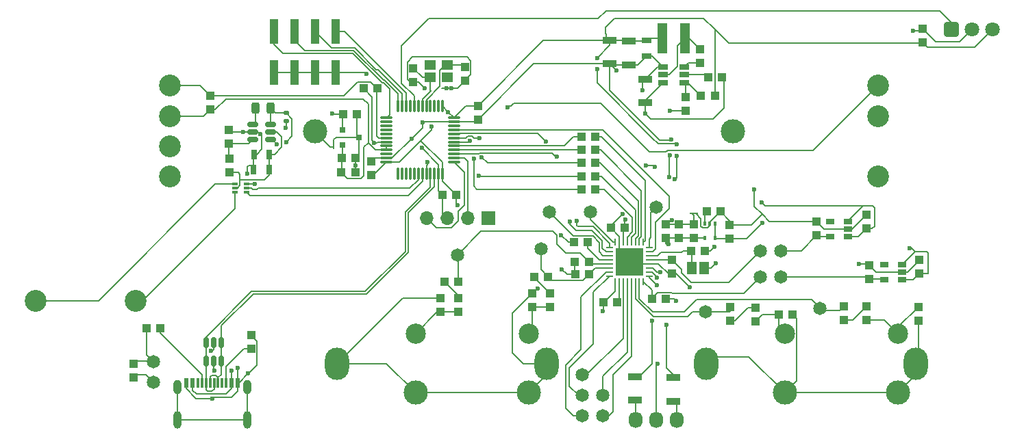
<source format=gtl>
G04 #@! TF.GenerationSoftware,KiCad,Pcbnew,9.0.3*
G04 #@! TF.CreationDate,2026-01-03T08:49:13-08:00*
G04 #@! TF.ProjectId,ir-remote,69722d72-656d-46f7-9465-2e6b69636164,rev?*
G04 #@! TF.SameCoordinates,Original*
G04 #@! TF.FileFunction,Copper,L1,Top*
G04 #@! TF.FilePolarity,Positive*
%FSLAX46Y46*%
G04 Gerber Fmt 4.6, Leading zero omitted, Abs format (unit mm)*
G04 Created by KiCad (PCBNEW 9.0.3) date 2026-01-03 08:49:13*
%MOMM*%
%LPD*%
G01*
G04 APERTURE LIST*
G04 Aperture macros list*
%AMRoundRect*
0 Rectangle with rounded corners*
0 $1 Rounding radius*
0 $2 $3 $4 $5 $6 $7 $8 $9 X,Y pos of 4 corners*
0 Add a 4 corners polygon primitive as box body*
4,1,4,$2,$3,$4,$5,$6,$7,$8,$9,$2,$3,0*
0 Add four circle primitives for the rounded corners*
1,1,$1+$1,$2,$3*
1,1,$1+$1,$4,$5*
1,1,$1+$1,$6,$7*
1,1,$1+$1,$8,$9*
0 Add four rect primitives between the rounded corners*
20,1,$1+$1,$2,$3,$4,$5,0*
20,1,$1+$1,$4,$5,$6,$7,0*
20,1,$1+$1,$6,$7,$8,$9,0*
20,1,$1+$1,$8,$9,$2,$3,0*%
G04 Aperture macros list end*
G04 #@! TA.AperFunction,SMDPad,CuDef*
%ADD10R,1.000000X1.000000*%
G04 #@! TD*
G04 #@! TA.AperFunction,SMDPad,CuDef*
%ADD11R,0.340000X0.600000*%
G04 #@! TD*
G04 #@! TA.AperFunction,SMDPad,CuDef*
%ADD12RoundRect,0.243750X0.243750X0.456250X-0.243750X0.456250X-0.243750X-0.456250X0.243750X-0.456250X0*%
G04 #@! TD*
G04 #@! TA.AperFunction,ComponentPad*
%ADD13C,1.651000*%
G04 #@! TD*
G04 #@! TA.AperFunction,SMDPad,CuDef*
%ADD14R,1.000000X3.150000*%
G04 #@! TD*
G04 #@! TA.AperFunction,SMDPad,CuDef*
%ADD15R,1.700000X0.900000*%
G04 #@! TD*
G04 #@! TA.AperFunction,SMDPad,CuDef*
%ADD16RoundRect,0.150000X0.150000X-0.512500X0.150000X0.512500X-0.150000X0.512500X-0.150000X-0.512500X0*%
G04 #@! TD*
G04 #@! TA.AperFunction,ComponentPad*
%ADD17R,1.700000X1.700000*%
G04 #@! TD*
G04 #@! TA.AperFunction,ComponentPad*
%ADD18O,1.700000X1.700000*%
G04 #@! TD*
G04 #@! TA.AperFunction,SMDPad,CuDef*
%ADD19R,0.800100X0.800100*%
G04 #@! TD*
G04 #@! TA.AperFunction,SMDPad,CuDef*
%ADD20R,1.200000X3.700000*%
G04 #@! TD*
G04 #@! TA.AperFunction,SMDPad,CuDef*
%ADD21RoundRect,0.075000X-0.075000X0.662500X-0.075000X-0.662500X0.075000X-0.662500X0.075000X0.662500X0*%
G04 #@! TD*
G04 #@! TA.AperFunction,SMDPad,CuDef*
%ADD22RoundRect,0.075000X-0.662500X0.075000X-0.662500X-0.075000X0.662500X-0.075000X0.662500X0.075000X0*%
G04 #@! TD*
G04 #@! TA.AperFunction,ComponentPad*
%ADD23O,1.727200X2.032000*%
G04 #@! TD*
G04 #@! TA.AperFunction,SMDPad,CuDef*
%ADD24R,1.060000X0.650000*%
G04 #@! TD*
G04 #@! TA.AperFunction,SMDPad,CuDef*
%ADD25R,0.500000X0.160000*%
G04 #@! TD*
G04 #@! TA.AperFunction,SMDPad,CuDef*
%ADD26R,0.590000X1.150000*%
G04 #@! TD*
G04 #@! TA.AperFunction,SMDPad,CuDef*
%ADD27R,0.298000X1.150000*%
G04 #@! TD*
G04 #@! TA.AperFunction,ComponentPad*
%ADD28O,1.000000X2.200000*%
G04 #@! TD*
G04 #@! TA.AperFunction,ComponentPad*
%ADD29O,1.000000X1.800000*%
G04 #@! TD*
G04 #@! TA.AperFunction,SMDPad,CuDef*
%ADD30RoundRect,0.062500X-0.062500X0.375000X-0.062500X-0.375000X0.062500X-0.375000X0.062500X0.375000X0*%
G04 #@! TD*
G04 #@! TA.AperFunction,SMDPad,CuDef*
%ADD31RoundRect,0.062500X-0.375000X0.062500X-0.375000X-0.062500X0.375000X-0.062500X0.375000X0.062500X0*%
G04 #@! TD*
G04 #@! TA.AperFunction,HeatsinkPad*
%ADD32C,0.500000*%
G04 #@! TD*
G04 #@! TA.AperFunction,HeatsinkPad*
%ADD33R,3.450000X3.450000*%
G04 #@! TD*
G04 #@! TA.AperFunction,SMDPad,CuDef*
%ADD34R,0.700000X1.300000*%
G04 #@! TD*
G04 #@! TA.AperFunction,SMDPad,CuDef*
%ADD35R,1.168400X1.600200*%
G04 #@! TD*
G04 #@! TA.AperFunction,SMDPad,CuDef*
%ADD36R,0.160000X0.500000*%
G04 #@! TD*
G04 #@! TA.AperFunction,SMDPad,CuDef*
%ADD37R,1.220000X0.650000*%
G04 #@! TD*
G04 #@! TA.AperFunction,SMDPad,CuDef*
%ADD38RoundRect,0.150000X-0.512500X-0.150000X0.512500X-0.150000X0.512500X0.150000X-0.512500X0.150000X0*%
G04 #@! TD*
G04 #@! TA.AperFunction,SMDPad,CuDef*
%ADD39RoundRect,0.087500X0.250000X0.087500X-0.250000X0.087500X-0.250000X-0.087500X0.250000X-0.087500X0*%
G04 #@! TD*
G04 #@! TA.AperFunction,SMDPad,CuDef*
%ADD40R,1.300000X0.700000*%
G04 #@! TD*
G04 #@! TA.AperFunction,SMDPad,CuDef*
%ADD41RoundRect,0.147500X-0.172500X0.147500X-0.172500X-0.147500X0.172500X-0.147500X0.172500X0.147500X0*%
G04 #@! TD*
G04 #@! TA.AperFunction,SMDPad,CuDef*
%ADD42R,1.400000X1.150000*%
G04 #@! TD*
G04 #@! TA.AperFunction,ComponentPad*
%ADD43C,2.700000*%
G04 #@! TD*
G04 #@! TA.AperFunction,ComponentPad*
%ADD44C,3.000000*%
G04 #@! TD*
G04 #@! TA.AperFunction,ComponentPad*
%ADD45RoundRect,0.250200X-0.649800X-0.649800X0.649800X-0.649800X0.649800X0.649800X-0.649800X0.649800X0*%
G04 #@! TD*
G04 #@! TA.AperFunction,ComponentPad*
%ADD46C,1.800000*%
G04 #@! TD*
G04 #@! TA.AperFunction,ComponentPad*
%ADD47O,3.000000X4.000000*%
G04 #@! TD*
G04 #@! TA.AperFunction,ComponentPad*
%ADD48C,2.500000*%
G04 #@! TD*
G04 #@! TA.AperFunction,ViaPad*
%ADD49C,0.600000*%
G04 #@! TD*
G04 #@! TA.AperFunction,Conductor*
%ADD50C,0.150000*%
G04 #@! TD*
G04 #@! TA.AperFunction,Conductor*
%ADD51C,0.200000*%
G04 #@! TD*
G04 APERTURE END LIST*
D10*
G04 #@! TO.P,R18,1*
G04 #@! TO.N,Net-(J4-CC1)*
X23290000Y13300000D03*
G04 #@! TO.P,R18,2*
G04 #@! TO.N,GND*
X21590000Y13300000D03*
G04 #@! TD*
G04 #@! TO.P,R17,1*
G04 #@! TO.N,Net-(J4-CC2)*
X34520000Y10740000D03*
G04 #@! TO.P,R17,2*
G04 #@! TO.N,GND*
X34520000Y12440000D03*
G04 #@! TD*
G04 #@! TO.P,R16,1*
G04 #@! TO.N,Net-(C26-Pad2)*
X96860120Y15861751D03*
G04 #@! TO.P,R16,2*
G04 #@! TO.N,Net-(C23-Pad1)*
X96860120Y14161751D03*
G04 #@! TD*
G04 #@! TO.P,C24,1*
G04 #@! TO.N,GND*
X60936000Y43947500D03*
G04 #@! TO.P,C24,2*
G04 #@! TO.N,/XTAL1*
X60936000Y45647500D03*
G04 #@! TD*
G04 #@! TO.P,R13,1*
G04 #@! TO.N,Net-(C21-Pad2)*
X110560000Y16044092D03*
G04 #@! TO.P,R13,2*
G04 #@! TO.N,Net-(C22-Pad1)*
X110560000Y14344092D03*
G04 #@! TD*
D11*
G04 #@! TO.P,U8,1,EN*
G04 #@! TO.N,/V_USB*
X91880000Y26270000D03*
G04 #@! TO.P,U8,2,GND*
G04 #@! TO.N,GND*
X91230000Y26270000D03*
G04 #@! TO.P,U8,3,Noise*
G04 #@! TO.N,Net-(U8-Noise)*
X90580000Y26270000D03*
G04 #@! TO.P,U8,4,OUT*
G04 #@! TO.N,/VLDO*
X90580000Y24470000D03*
G04 #@! TO.P,U8,5,IN*
G04 #@! TO.N,/V_USB*
X91880000Y24470000D03*
G04 #@! TD*
D10*
G04 #@! TO.P,C20,1*
G04 #@! TO.N,Net-(C20-Pad1)*
X71500000Y17600000D03*
G04 #@! TO.P,C20,2*
G04 #@! TO.N,Net-(C20-Pad2)*
X71500000Y15900000D03*
G04 #@! TD*
G04 #@! TO.P,R3,1*
G04 #@! TO.N,/SAI_SD_B*
X75370000Y30510000D03*
G04 #@! TO.P,R3,2*
G04 #@! TO.N,Net-(U5-DOUT_MFP2)*
X77070000Y30510000D03*
G04 #@! TD*
D12*
G04 #@! TO.P,L3,1,1*
G04 #@! TO.N,/V_USB*
X36890000Y40537500D03*
G04 #@! TO.P,L3,2,2*
G04 #@! TO.N,Net-(U112-SW)*
X35015000Y40537500D03*
G04 #@! TD*
D10*
G04 #@! TO.P,R27,1*
G04 #@! TO.N,Net-(V11-FB)*
X88250000Y41910000D03*
G04 #@! TO.P,R27,2*
G04 #@! TO.N,GND*
X88250000Y40210000D03*
G04 #@! TD*
D13*
G04 #@! TO.P,TP8,1,1*
G04 #@! TO.N,/MICBIAS*
X75400000Y7510000D03*
G04 #@! TD*
G04 #@! TO.P,TP4,1,1*
G04 #@! TO.N,/INR*
X70330000Y23150000D03*
G04 #@! TD*
D14*
G04 #@! TO.P,J3,1,Pin_1*
G04 #@! TO.N,/UART_TX*
X44940000Y50035000D03*
G04 #@! TO.P,J3,2,Pin_2*
G04 #@! TO.N,GND*
X44940000Y44985000D03*
G04 #@! TO.P,J3,3,Pin_3*
G04 #@! TO.N,/UART_RX*
X42400000Y50035000D03*
G04 #@! TO.P,J3,4,Pin_4*
G04 #@! TO.N,GND*
X42400000Y44985000D03*
G04 #@! TO.P,J3,5,Pin_5*
G04 #@! TO.N,/DEBUG2*
X39860000Y50035000D03*
G04 #@! TO.P,J3,6,Pin_6*
G04 #@! TO.N,GND*
X39860000Y44985000D03*
G04 #@! TO.P,J3,7,Pin_7*
G04 #@! TO.N,/DEBUG3*
X37320000Y50035000D03*
G04 #@! TO.P,J3,8,Pin_8*
G04 #@! TO.N,GND*
X37320000Y44985000D03*
G04 #@! TD*
D13*
G04 #@! TO.P,TP12,1,1*
G04 #@! TO.N,/SCK_MICDET*
X76450000Y27700000D03*
G04 #@! TD*
D15*
G04 #@! TO.P,C39,1*
G04 #@! TO.N,+3V3*
X81210000Y48832500D03*
G04 #@! TO.P,C39,2*
G04 #@! TO.N,GND*
X81210000Y45932500D03*
G04 #@! TD*
D13*
G04 #@! TO.P,J1,1,Pin_1*
G04 #@! TO.N,Net-(J1-Pin_1)*
X97470000Y19640000D03*
G04 #@! TO.P,J1,2,Pin_2*
G04 #@! TO.N,/AVDD*
X100010000Y19640000D03*
G04 #@! TD*
D10*
G04 #@! TO.P,R4,1*
G04 #@! TO.N,/Vmotor*
X31862500Y32587500D03*
G04 #@! TO.P,R4,2*
G04 #@! TO.N,Net-(U112-FB)*
X31862500Y34287500D03*
G04 #@! TD*
G04 #@! TO.P,C9,1*
G04 #@! TO.N,GNDA*
X78080000Y16500000D03*
G04 #@! TO.P,C9,2*
G04 #@! TO.N,Net-(U5-REF)*
X79780000Y16500000D03*
G04 #@! TD*
G04 #@! TO.P,C19,1*
G04 #@! TO.N,Net-(C19-Pad1)*
X60120000Y17030000D03*
G04 #@! TO.P,C19,2*
G04 #@! TO.N,Net-(C19-Pad2)*
X60120000Y15330000D03*
G04 #@! TD*
G04 #@! TO.P,C1,1*
G04 #@! TO.N,+3V3*
X49370000Y32240000D03*
G04 #@! TO.P,C1,2*
G04 #@! TO.N,GND*
X49370000Y33940000D03*
G04 #@! TD*
G04 #@! TO.P,C34,1*
G04 #@! TO.N,ADCGND*
X48420000Y42980000D03*
G04 #@! TO.P,C34,2*
G04 #@! TO.N,/Slider_ADC*
X50120000Y42980000D03*
G04 #@! TD*
G04 #@! TO.P,R26,1*
G04 #@! TO.N,/V_USB*
X92710000Y44340000D03*
G04 #@! TO.P,R26,2*
G04 #@! TO.N,Net-(V11-EN)*
X91010000Y44340000D03*
G04 #@! TD*
G04 #@! TO.P,C32,1*
G04 #@! TO.N,/V_USB*
X93680000Y24370000D03*
G04 #@! TO.P,C32,2*
G04 #@! TO.N,GND*
X93680000Y26070000D03*
G04 #@! TD*
G04 #@! TO.P,R15,1*
G04 #@! TO.N,Net-(C20-Pad2)*
X69300000Y15940000D03*
G04 #@! TO.P,R15,2*
G04 #@! TO.N,GNDA*
X69300000Y17640000D03*
G04 #@! TD*
G04 #@! TO.P,R14,1*
G04 #@! TO.N,Net-(C19-Pad2)*
X57890000Y15300000D03*
G04 #@! TO.P,R14,2*
G04 #@! TO.N,GNDA*
X57890000Y17000000D03*
G04 #@! TD*
G04 #@! TO.P,C2,1*
G04 #@! TO.N,GND*
X117500000Y50360000D03*
G04 #@! TO.P,C2,2*
G04 #@! TO.N,+3V3*
X117500000Y48660000D03*
G04 #@! TD*
D16*
G04 #@! TO.P,U6,1,I/O1*
G04 #@! TO.N,/USB_DM*
X28927500Y9272500D03*
G04 #@! TO.P,U6,2,GND*
G04 #@! TO.N,GND*
X29877500Y9272500D03*
G04 #@! TO.P,U6,3,I/O2*
G04 #@! TO.N,/USB_DP*
X30827500Y9272500D03*
G04 #@! TO.P,U6,4,I/O2*
X30827500Y11547500D03*
G04 #@! TO.P,U6,5,VBUS*
G04 #@! TO.N,/V_USB*
X29877500Y11547500D03*
G04 #@! TO.P,U6,6,I/O1*
G04 #@! TO.N,/USB_DM*
X28927500Y11547500D03*
G04 #@! TD*
D10*
G04 #@! TO.P,C28,1*
G04 #@! TO.N,/V_USB*
X110575000Y25620000D03*
G04 #@! TO.P,C28,2*
G04 #@! TO.N,GND*
X110575000Y27320000D03*
G04 #@! TD*
D15*
G04 #@! TO.P,C18,1*
G04 #@! TO.N,Net-(U5-HPR)*
X86685000Y7170000D03*
G04 #@! TO.P,C18,2*
G04 #@! TO.N,Net-(J6-Pin_3)*
X86685000Y4270000D03*
G04 #@! TD*
D10*
G04 #@! TO.P,C25,1*
G04 #@! TO.N,GND*
X54556000Y43807500D03*
G04 #@! TO.P,C25,2*
G04 #@! TO.N,/XTAL2*
X54556000Y45507500D03*
G04 #@! TD*
G04 #@! TO.P,C35,1*
G04 #@! TO.N,Net-(V11-BST)*
X89990000Y46140000D03*
G04 #@! TO.P,C35,2*
G04 #@! TO.N,Net-(V11-SW)*
X89990000Y47840000D03*
G04 #@! TD*
G04 #@! TO.P,C5,1*
G04 #@! TO.N,+3V3REF*
X45680000Y32570000D03*
G04 #@! TO.P,C5,2*
G04 #@! TO.N,ADCGND*
X47380000Y32570000D03*
G04 #@! TD*
G04 #@! TO.P,R9,1*
G04 #@! TO.N,+3V3*
X90620000Y22850000D03*
G04 #@! TO.P,R9,2*
G04 #@! TO.N,Net-(JP1-B)*
X88920000Y22850000D03*
G04 #@! TD*
G04 #@! TO.P,C13,1*
G04 #@! TO.N,Net-(J1-Pin_1)*
X84055000Y16970000D03*
G04 #@! TO.P,C13,2*
G04 #@! TO.N,GNDA*
X85755000Y16970000D03*
G04 #@! TD*
D17*
G04 #@! TO.P,J12,1,Pin_1*
G04 #@! TO.N,+3V3*
X63870000Y26955000D03*
D18*
G04 #@! TO.P,J12,2,Pin_2*
G04 #@! TO.N,/SWCLK*
X61330000Y26955000D03*
G04 #@! TO.P,J12,3,Pin_3*
G04 #@! TO.N,GND*
X58790000Y26955000D03*
G04 #@! TO.P,J12,4,Pin_4*
G04 #@! TO.N,/SWDIO*
X56250000Y26955000D03*
G04 #@! TD*
D10*
G04 #@! TO.P,C15,1*
G04 #@! TO.N,/VLDO*
X89200000Y24460000D03*
G04 #@! TO.P,C15,2*
G04 #@! TO.N,GNDA*
X89200000Y26160000D03*
G04 #@! TD*
D15*
G04 #@! TO.P,C36,1*
G04 #@! TO.N,/V_USB*
X83210000Y41210000D03*
G04 #@! TO.P,C36,2*
G04 #@! TO.N,GND*
X83210000Y44110000D03*
G04 #@! TD*
D10*
G04 #@! TO.P,C14,1*
G04 #@! TO.N,GND*
X92530000Y27750000D03*
G04 #@! TO.P,C14,2*
G04 #@! TO.N,Net-(U8-Noise)*
X90830000Y27750000D03*
G04 #@! TD*
G04 #@! TO.P,C8,1*
G04 #@! TO.N,/INR*
X76260000Y19950000D03*
G04 #@! TO.P,C8,2*
G04 #@! TO.N,GNDA*
X74560000Y19950000D03*
G04 #@! TD*
D13*
G04 #@! TO.P,TP13,1,1*
G04 #@! TO.N,/MISO*
X71370000Y27700000D03*
G04 #@! TD*
D19*
G04 #@! TO.P,V12,1,VI*
G04 #@! TO.N,/V_USB*
X45850000Y37877500D03*
G04 #@! TO.P,V12,2,VO*
G04 #@! TO.N,+3V3REF*
X45850000Y35977500D03*
G04 #@! TO.P,V12,3,GND*
G04 #@! TO.N,ADCGND*
X47848980Y36927500D03*
G04 #@! TD*
D13*
G04 #@! TO.P,TP2,1,1*
G04 #@! TO.N,/LINEOUT_L*
X90700000Y15340000D03*
G04 #@! TD*
D10*
G04 #@! TO.P,C16,1*
G04 #@! TO.N,/VLDO*
X87390000Y24460000D03*
G04 #@! TO.P,C16,2*
G04 #@! TO.N,GNDA*
X87390000Y26160000D03*
G04 #@! TD*
G04 #@! TO.P,C3,1*
G04 #@! TO.N,+3V3*
X59900000Y29820000D03*
G04 #@! TO.P,C3,2*
G04 #@! TO.N,GND*
X58200000Y29820000D03*
G04 #@! TD*
G04 #@! TO.P,C40,1*
G04 #@! TO.N,/V_USB*
X45890000Y39777500D03*
G04 #@! TO.P,C40,2*
G04 #@! TO.N,ADCGND*
X47590000Y39777500D03*
G04 #@! TD*
G04 #@! TO.P,C30,1*
G04 #@! TO.N,/AVDD*
X110880000Y19370000D03*
G04 #@! TO.P,C30,2*
G04 #@! TO.N,GND*
X110880000Y21070000D03*
G04 #@! TD*
D20*
G04 #@! TO.P,L11,1,1*
G04 #@! TO.N,Net-(V11-SW)*
X88120000Y49190000D03*
G04 #@! TO.P,L11,2,2*
G04 #@! TO.N,+3V3*
X85320000Y49190000D03*
G04 #@! TD*
D10*
G04 #@! TO.P,C4,1*
G04 #@! TO.N,+3V3REF*
X45750000Y34360000D03*
G04 #@! TO.P,C4,2*
G04 #@! TO.N,ADCGND*
X47450000Y34360000D03*
G04 #@! TD*
D21*
G04 #@! TO.P,U1,1,VBAT*
G04 #@! TO.N,+3V3*
X58180000Y40772500D03*
G04 #@! TO.P,U1,2,PC13*
G04 #@! TO.N,unconnected-(U1-PC13-Pad2)*
X57680000Y40772500D03*
G04 #@! TO.P,U1,3,PC14*
G04 #@! TO.N,unconnected-(U1-PC14-Pad3)*
X57180000Y40772500D03*
G04 #@! TO.P,U1,4,PC15*
G04 #@! TO.N,unconnected-(U1-PC15-Pad4)*
X56680000Y40772500D03*
G04 #@! TO.P,U1,5,RCC_OSC_IN*
G04 #@! TO.N,/XTAL1*
X56180000Y40772500D03*
G04 #@! TO.P,U1,6,RCC_OSC_OUT*
G04 #@! TO.N,/XTAL2*
X55680000Y40772500D03*
G04 #@! TO.P,U1,7,PG10*
G04 #@! TO.N,unconnected-(U1-PG10-Pad7)*
X55180000Y40772500D03*
G04 #@! TO.P,U1,8,TIM2_CH1*
G04 #@! TO.N,/IR_DEMOD*
X54680000Y40772500D03*
G04 #@! TO.P,U1,9,PA1*
G04 #@! TO.N,unconnected-(U1-PA1-Pad9)*
X54180000Y40772500D03*
G04 #@! TO.P,U1,10,PA2*
G04 #@! TO.N,/UART_TX*
X53680000Y40772500D03*
G04 #@! TO.P,U1,11,PA3*
G04 #@! TO.N,/UART_RX*
X53180000Y40772500D03*
G04 #@! TO.P,U1,12,PA4*
G04 #@! TO.N,/DEBUG2*
X52680000Y40772500D03*
D22*
G04 #@! TO.P,U1,13,PA5*
G04 #@! TO.N,/DEBUG3*
X51267500Y39360000D03*
G04 #@! TO.P,U1,14,PA6*
G04 #@! TO.N,unconnected-(U1-PA6-Pad14)*
X51267500Y38860000D03*
G04 #@! TO.P,U1,15,PA7*
G04 #@! TO.N,unconnected-(U1-PA7-Pad15)*
X51267500Y38360000D03*
G04 #@! TO.P,U1,16,PB0*
G04 #@! TO.N,unconnected-(U1-PB0-Pad16)*
X51267500Y37860000D03*
G04 #@! TO.P,U1,17,PB1*
G04 #@! TO.N,unconnected-(U1-PB1-Pad17)*
X51267500Y37360000D03*
G04 #@! TO.P,U1,18,ADC2_IN12*
G04 #@! TO.N,/Slider_ADC*
X51267500Y36860000D03*
G04 #@! TO.P,U1,19,VSSA*
G04 #@! TO.N,ADCGND*
X51267500Y36360000D03*
G04 #@! TO.P,U1,20,VREF+*
G04 #@! TO.N,+3V3REF*
X51267500Y35860000D03*
G04 #@! TO.P,U1,21,VDDA*
X51267500Y35360000D03*
G04 #@! TO.P,U1,22,PB10*
G04 #@! TO.N,unconnected-(U1-PB10-Pad22)*
X51267500Y34860000D03*
G04 #@! TO.P,U1,23,VSS*
G04 #@! TO.N,GND*
X51267500Y34360000D03*
G04 #@! TO.P,U1,24,VDD*
G04 #@! TO.N,+3V3*
X51267500Y33860000D03*
D21*
G04 #@! TO.P,U1,25,PB11*
G04 #@! TO.N,unconnected-(U1-PB11-Pad25)*
X52680000Y32447500D03*
G04 #@! TO.P,U1,26,PB12*
G04 #@! TO.N,unconnected-(U1-PB12-Pad26)*
X53180000Y32447500D03*
G04 #@! TO.P,U1,27,PB13*
G04 #@! TO.N,unconnected-(U1-PB13-Pad27)*
X53680000Y32447500D03*
G04 #@! TO.P,U1,28,TIM15_CH1*
G04 #@! TO.N,unconnected-(U1-PB14-Pad28)*
X54180000Y32447500D03*
G04 #@! TO.P,U1,29,TIM15_CH2*
G04 #@! TO.N,unconnected-(U1-PB15-Pad29)*
X54680000Y32447500D03*
G04 #@! TO.P,U1,30,TIM1_CH1*
G04 #@! TO.N,/MOT-*
X55180000Y32447500D03*
G04 #@! TO.P,U1,31,TIM1_CH2*
G04 #@! TO.N,/MOT+*
X55680000Y32447500D03*
G04 #@! TO.P,U1,32,SAI1_SD_A*
G04 #@! TO.N,/SAI_SD_A*
X56180000Y32447500D03*
G04 #@! TO.P,U1,33,USB_DM*
G04 #@! TO.N,/USB_DM*
X56680000Y32447500D03*
G04 #@! TO.P,U1,34,USB_DP*
G04 #@! TO.N,/USB_DP*
X57180000Y32447500D03*
G04 #@! TO.P,U1,35,VSS*
G04 #@! TO.N,GND*
X57680000Y32447500D03*
G04 #@! TO.P,U1,36,VDD*
G04 #@! TO.N,+3V3*
X58180000Y32447500D03*
D22*
G04 #@! TO.P,U1,37,SYS_JTMS-SWDIO*
G04 #@! TO.N,/SWDIO*
X59592500Y33860000D03*
G04 #@! TO.P,U1,38,SYS_JTCK-SWCLK*
G04 #@! TO.N,/SWCLK*
X59592500Y34360000D03*
G04 #@! TO.P,U1,39,I2C1_SCL*
G04 #@! TO.N,/I2C_SCL*
X59592500Y34860000D03*
G04 #@! TO.P,U1,40,SAI1_SCK_B*
G04 #@! TO.N,/SAI_SCK*
X59592500Y35360000D03*
G04 #@! TO.P,U1,41,SAI1_MCLK_B*
G04 #@! TO.N,/SAI_MCLK*
X59592500Y35860000D03*
G04 #@! TO.P,U1,42,SAI1_SD_B*
G04 #@! TO.N,/SAI_SD_B*
X59592500Y36360000D03*
G04 #@! TO.P,U1,43,SAI1_FS_B*
G04 #@! TO.N,/SAI_FS*
X59592500Y36860000D03*
G04 #@! TO.P,U1,44,I2C1_SDA*
G04 #@! TO.N,/I2C_SDA*
X59592500Y37360000D03*
G04 #@! TO.P,U1,45,PB8*
G04 #@! TO.N,/CODEC_RESET*
X59592500Y37860000D03*
G04 #@! TO.P,U1,46,PB9*
G04 #@! TO.N,unconnected-(U1-PB9-Pad46)*
X59592500Y38360000D03*
G04 #@! TO.P,U1,47,VSS*
G04 #@! TO.N,GND*
X59592500Y38860000D03*
G04 #@! TO.P,U1,48,VDD*
G04 #@! TO.N,+3V3*
X59592500Y39360000D03*
G04 #@! TD*
D10*
G04 #@! TO.P,R6,1*
G04 #@! TO.N,/SAI_MCLK*
X75350000Y36980000D03*
G04 #@! TO.P,R6,2*
G04 #@! TO.N,Net-(U5-MCLK)*
X77050000Y36980000D03*
G04 #@! TD*
D23*
G04 #@! TO.P,J6,1,Pin_1*
G04 #@! TO.N,Net-(J6-Pin_1)*
X82020000Y1920000D03*
G04 #@! TO.P,J6,2,Pin_2*
G04 #@! TO.N,GNDA*
X84560000Y1920000D03*
G04 #@! TO.P,J6,3,Pin_3*
G04 #@! TO.N,Net-(J6-Pin_3)*
X87100000Y1920000D03*
G04 #@! TD*
D13*
G04 #@! TO.P,TP7,1,1*
G04 #@! TO.N,/IN3_L*
X77940000Y4970000D03*
G04 #@! TD*
D24*
G04 #@! TO.P,U3,1,IN*
G04 #@! TO.N,/V_USB*
X108325000Y24630000D03*
G04 #@! TO.P,U3,2,GND*
G04 #@! TO.N,GND*
X108325000Y25580000D03*
G04 #@! TO.P,U3,3,EN*
G04 #@! TO.N,/V_USB*
X108325000Y26530000D03*
G04 #@! TO.P,U3,4,NC*
G04 #@! TO.N,unconnected-(U3-NC-Pad4)*
X106125000Y26530000D03*
G04 #@! TO.P,U3,5,OUT*
G04 #@! TO.N,/DVDD*
X106125000Y24630000D03*
G04 #@! TD*
D10*
G04 #@! TO.P,C22,1*
G04 #@! TO.N,Net-(C22-Pad1)*
X116990000Y15950000D03*
G04 #@! TO.P,C22,2*
G04 #@! TO.N,GNDA*
X116990000Y14250000D03*
G04 #@! TD*
D25*
G04 #@! TO.P,NT2,1,1*
G04 #@! TO.N,GND*
X89490000Y27480000D03*
G04 #@! TO.P,NT2,2,2*
G04 #@! TO.N,GNDA*
X88990000Y27480000D03*
G04 #@! TD*
D10*
G04 #@! TO.P,C10,1*
G04 #@! TO.N,Net-(J2-Pin_1)*
X86550000Y21770000D03*
G04 #@! TO.P,C10,2*
G04 #@! TO.N,GND*
X86550000Y20070000D03*
G04 #@! TD*
G04 #@! TO.P,R12,1*
G04 #@! TO.N,GND*
X74420000Y23970000D03*
G04 #@! TO.P,R12,2*
G04 #@! TO.N,Net-(U5-SPI_SELECT)*
X76120000Y23970000D03*
G04 #@! TD*
D26*
G04 #@! TO.P,J4,A1B12,GND1*
G04 #@! TO.N,GND*
X26490000Y6550000D03*
G04 #@! TO.P,J4,A4B9,VBUS1*
G04 #@! TO.N,/V_USB*
X27290000Y6550000D03*
D27*
G04 #@! TO.P,J4,A5,CC1*
G04 #@! TO.N,Net-(J4-CC1)*
X28440000Y6550000D03*
G04 #@! TO.P,J4,A6,D+1*
G04 #@! TO.N,/USB_DP*
X29440000Y6550000D03*
G04 #@! TO.P,J4,A7,D-1*
G04 #@! TO.N,/USB_DM*
X29940000Y6550000D03*
G04 #@! TO.P,J4,A8,SBU1*
G04 #@! TO.N,unconnected-(J4-SBU1-PadA8)*
X30940000Y6550000D03*
D26*
G04 #@! TO.P,J4,B1A12,GND3*
G04 #@! TO.N,GND*
X32890000Y6550000D03*
G04 #@! TO.P,J4,B4A9,VBUS3*
G04 #@! TO.N,/V_USB*
X32090000Y6550000D03*
D27*
G04 #@! TO.P,J4,B5,CC2*
G04 #@! TO.N,Net-(J4-CC2)*
X31440000Y6550000D03*
G04 #@! TO.P,J4,B6,D+2*
G04 #@! TO.N,/USB_DP*
X30440000Y6550000D03*
G04 #@! TO.P,J4,B7,D-2*
G04 #@! TO.N,/USB_DM*
X28940000Y6550000D03*
G04 #@! TO.P,J4,B8,SBU2*
G04 #@! TO.N,unconnected-(J4-SBU2-PadB8)*
X27940000Y6550000D03*
D28*
G04 #@! TO.P,J4,SH1,Shield1*
G04 #@! TO.N,Net-(J4-Shield1)*
X25370000Y1975000D03*
G04 #@! TO.P,J4,SH2,Shield2*
X34010000Y1975000D03*
D29*
G04 #@! TO.P,J4,SH3,Shield3*
X25370000Y5975000D03*
G04 #@! TO.P,J4,SH4,Shield4*
X34010000Y5975000D03*
G04 #@! TD*
D10*
G04 #@! TO.P,C12,1*
G04 #@! TO.N,GNDA*
X85770000Y26200000D03*
G04 #@! TO.P,C12,2*
G04 #@! TO.N,/VLDO*
X85770000Y24500000D03*
G04 #@! TD*
D13*
G04 #@! TO.P,TP1,1,1*
G04 #@! TO.N,/LINEOUT_R*
X104850000Y15790000D03*
G04 #@! TD*
D10*
G04 #@! TO.P,R11,1*
G04 #@! TO.N,/INR*
X71210000Y19670000D03*
G04 #@! TO.P,R11,2*
G04 #@! TO.N,Net-(C20-Pad1)*
X69510000Y19670000D03*
G04 #@! TD*
D13*
G04 #@! TO.P,TP5,1,1*
G04 #@! TO.N,/IN2_L*
X75400000Y2430000D03*
G04 #@! TD*
G04 #@! TO.P,J2,1,Pin_1*
G04 #@! TO.N,Net-(J2-Pin_1)*
X97470000Y22890000D03*
G04 #@! TO.P,J2,2,Pin_2*
G04 #@! TO.N,/DVDD*
X100010000Y22890000D03*
G04 #@! TD*
D10*
G04 #@! TO.P,C23,1*
G04 #@! TO.N,Net-(C23-Pad1)*
X99700000Y15030000D03*
G04 #@! TO.P,C23,2*
G04 #@! TO.N,GNDA*
X101400000Y15030000D03*
G04 #@! TD*
D30*
G04 #@! TO.P,U5,1,MCLK*
G04 #@! TO.N,Net-(U5-MCLK)*
X83010000Y23960000D03*
G04 #@! TO.P,U5,2,BCLK*
G04 #@! TO.N,Net-(U5-BCLK)*
X82510000Y23960000D03*
G04 #@! TO.P,U5,3,WCLK*
G04 #@! TO.N,Net-(U5-WCLK)*
X82010000Y23960000D03*
G04 #@! TO.P,U5,4,DIN_MFP1*
G04 #@! TO.N,Net-(U5-DIN_MFP1)*
X81510000Y23960000D03*
G04 #@! TO.P,U5,5,DOUT_MFP2*
G04 #@! TO.N,Net-(U5-DOUT_MFP2)*
X81010000Y23960000D03*
G04 #@! TO.P,U5,6,IOVDD*
G04 #@! TO.N,+3V3*
X80510000Y23960000D03*
G04 #@! TO.P,U5,7,IOVSS*
G04 #@! TO.N,GND*
X80010000Y23960000D03*
G04 #@! TO.P,U5,8,SCLK_MFP3*
G04 #@! TO.N,/SCK_MICDET*
X79510000Y23960000D03*
D31*
G04 #@! TO.P,U5,9,SCL_SS_N*
G04 #@! TO.N,/I2C_SCL*
X78822500Y23272500D03*
G04 #@! TO.P,U5,10,SDA_MOSI*
G04 #@! TO.N,/I2C_SDA*
X78822500Y22772500D03*
G04 #@! TO.P,U5,11,MISO_MFP4*
G04 #@! TO.N,/MISO*
X78822500Y22272500D03*
G04 #@! TO.P,U5,12,SPI_SELECT*
G04 #@! TO.N,Net-(U5-SPI_SELECT)*
X78822500Y21772500D03*
G04 #@! TO.P,U5,13,IN1_L*
G04 #@! TO.N,/INL*
X78822500Y21272500D03*
G04 #@! TO.P,U5,14,IN1_R*
G04 #@! TO.N,/INR*
X78822500Y20772500D03*
G04 #@! TO.P,U5,15,IN2_L*
G04 #@! TO.N,/IN2_L*
X78822500Y20272500D03*
G04 #@! TO.P,U5,16,IN2_R*
G04 #@! TO.N,/IN2_R*
X78822500Y19772500D03*
D30*
G04 #@! TO.P,U5,17,AVSS*
G04 #@! TO.N,GNDA*
X79510000Y19085000D03*
G04 #@! TO.P,U5,18,REF*
G04 #@! TO.N,Net-(U5-REF)*
X80010000Y19085000D03*
G04 #@! TO.P,U5,19,MICBIAS*
G04 #@! TO.N,/MICBIAS*
X80510000Y19085000D03*
G04 #@! TO.P,U5,20,IN3_L*
G04 #@! TO.N,/IN3_L*
X81010000Y19085000D03*
G04 #@! TO.P,U5,21,IN3_R*
G04 #@! TO.N,/IN3_R*
X81510000Y19085000D03*
G04 #@! TO.P,U5,22,LOL*
G04 #@! TO.N,/LINEOUT_L*
X82010000Y19085000D03*
G04 #@! TO.P,U5,23,LOR*
G04 #@! TO.N,/LINEOUT_R*
X82510000Y19085000D03*
G04 #@! TO.P,U5,24,AVDD*
G04 #@! TO.N,Net-(J1-Pin_1)*
X83010000Y19085000D03*
D31*
G04 #@! TO.P,U5,25,HPL*
G04 #@! TO.N,Net-(U5-HPL)*
X83697500Y19772500D03*
G04 #@! TO.P,U5,26,LDOIN_HPVDD*
G04 #@! TO.N,/VLDO*
X83697500Y20272500D03*
G04 #@! TO.P,U5,27,HPR*
G04 #@! TO.N,Net-(U5-HPR)*
X83697500Y20772500D03*
G04 #@! TO.P,U5,28,DVSS*
G04 #@! TO.N,GND*
X83697500Y21272500D03*
G04 #@! TO.P,U5,29,DVDD*
G04 #@! TO.N,Net-(J2-Pin_1)*
X83697500Y21772500D03*
G04 #@! TO.P,U5,30,LDO_SELECT*
G04 #@! TO.N,Net-(JP1-B)*
X83697500Y22272500D03*
G04 #@! TO.P,U5,31,RESET_N*
G04 #@! TO.N,/CODEC_RESET*
X83697500Y22772500D03*
G04 #@! TO.P,U5,32,GPIO_MFP5*
G04 #@! TO.N,/GPIO*
X83697500Y23272500D03*
D32*
G04 #@! TO.P,U5,33,PAD*
G04 #@! TO.N,GND*
X82260000Y22522500D03*
X81260000Y22522500D03*
X80260000Y22522500D03*
X82260000Y21522500D03*
X81260000Y21522500D03*
D33*
X81260000Y21522500D03*
D32*
X80260000Y21522500D03*
X82260000Y20522500D03*
X81260000Y20522500D03*
X80260000Y20522500D03*
G04 #@! TD*
D15*
G04 #@! TO.P,C17,1*
G04 #@! TO.N,Net-(U5-HPL)*
X81985000Y7295000D03*
G04 #@! TO.P,C17,2*
G04 #@! TO.N,Net-(J6-Pin_1)*
X81985000Y4395000D03*
G04 #@! TD*
D34*
G04 #@! TO.P,C303,1*
G04 #@! TO.N,/Vmotor*
X36780000Y34810000D03*
G04 #@! TO.P,C303,2*
G04 #@! TO.N,GND*
X34880000Y34810000D03*
G04 #@! TD*
D10*
G04 #@! TO.P,C7,1*
G04 #@! TO.N,/INL*
X76250000Y21550000D03*
G04 #@! TO.P,C7,2*
G04 #@! TO.N,GNDA*
X74550000Y21550000D03*
G04 #@! TD*
D13*
G04 #@! TO.P,TP6,1,1*
G04 #@! TO.N,/IN3_R*
X77940000Y2430000D03*
G04 #@! TD*
D10*
G04 #@! TO.P,C29,1*
G04 #@! TO.N,/V_USB*
X117100000Y20070000D03*
G04 #@! TO.P,C29,2*
G04 #@! TO.N,GND*
X117100000Y21770000D03*
G04 #@! TD*
D15*
G04 #@! TO.P,C37,1*
G04 #@! TO.N,+3V3*
X78840000Y48922500D03*
G04 #@! TO.P,C37,2*
G04 #@! TO.N,GND*
X78840000Y46022500D03*
G04 #@! TD*
D10*
G04 #@! TO.P,R25,1*
G04 #@! TO.N,+3V3*
X91830000Y42040000D03*
G04 #@! TO.P,R25,2*
G04 #@! TO.N,Net-(V11-FB)*
X90130000Y42040000D03*
G04 #@! TD*
D13*
G04 #@! TO.P,TP11,1,1*
G04 #@! TO.N,/GPIO*
X84620000Y28320000D03*
G04 #@! TD*
D10*
G04 #@! TO.P,C33,1*
G04 #@! TO.N,+3V3*
X62570000Y40840000D03*
G04 #@! TO.P,C33,2*
G04 #@! TO.N,GND*
X62570000Y39140000D03*
G04 #@! TD*
G04 #@! TO.P,C26,1*
G04 #@! TO.N,/LINEOUT_L*
X93700120Y15961751D03*
G04 #@! TO.P,C26,2*
G04 #@! TO.N,Net-(C26-Pad2)*
X93700120Y14261751D03*
G04 #@! TD*
G04 #@! TO.P,C21,1*
G04 #@! TO.N,/LINEOUT_R*
X107790000Y16044092D03*
G04 #@! TO.P,C21,2*
G04 #@! TO.N,Net-(C21-Pad2)*
X107790000Y14344092D03*
G04 #@! TD*
G04 #@! TO.P,R10,1*
G04 #@! TO.N,/INL*
X60090000Y19090000D03*
G04 #@! TO.P,R10,2*
G04 #@! TO.N,Net-(C19-Pad1)*
X58390000Y19090000D03*
G04 #@! TD*
D35*
G04 #@! TO.P,JP1,1,A*
G04 #@! TO.N,GND*
X90512000Y20730000D03*
G04 #@! TO.P,JP1,2,B*
G04 #@! TO.N,Net-(JP1-B)*
X88990540Y20730000D03*
G04 #@! TD*
D36*
G04 #@! TO.P,NT11,1,1*
G04 #@! TO.N,ADCGND*
X44720000Y36270000D03*
G04 #@! TO.P,NT11,2,2*
G04 #@! TO.N,GND*
X44720000Y35770000D03*
G04 #@! TD*
D13*
G04 #@! TO.P,TP3,1,1*
G04 #@! TO.N,/INL*
X59990000Y22340000D03*
G04 #@! TD*
G04 #@! TO.P,J8,1,Pin_1*
G04 #@! TO.N,GND*
X22430000Y9120000D03*
G04 #@! TO.P,J8,2,Pin_2*
G04 #@! TO.N,Net-(J4-Shield1)*
X22430000Y6580000D03*
G04 #@! TD*
D37*
G04 #@! TO.P,V11,1,GND*
G04 #@! TO.N,GND*
X85442850Y45620000D03*
G04 #@! TO.P,V11,2,SW*
G04 #@! TO.N,Net-(V11-SW)*
X85442850Y44670000D03*
G04 #@! TO.P,V11,3,IN*
G04 #@! TO.N,/V_USB*
X85442850Y43720000D03*
G04 #@! TO.P,V11,4,FB*
G04 #@! TO.N,Net-(V11-FB)*
X88062850Y43720000D03*
G04 #@! TO.P,V11,5,EN*
G04 #@! TO.N,Net-(V11-EN)*
X88062850Y44670000D03*
G04 #@! TO.P,V11,6,BST*
G04 #@! TO.N,Net-(V11-BST)*
X88062850Y45620000D03*
G04 #@! TD*
D10*
G04 #@! TO.P,C11,1*
G04 #@! TO.N,+3V3*
X80680000Y25700000D03*
G04 #@! TO.P,C11,2*
G04 #@! TO.N,GND*
X78980000Y25700000D03*
G04 #@! TD*
G04 #@! TO.P,R8,1*
G04 #@! TO.N,/SAI_FS*
X75390000Y33750000D03*
G04 #@! TO.P,R8,2*
G04 #@! TO.N,Net-(U5-WCLK)*
X77090000Y33750000D03*
G04 #@! TD*
D13*
G04 #@! TO.P,TP14,1,1*
G04 #@! TO.N,/IN2_R*
X75400000Y4970000D03*
G04 #@! TD*
D10*
G04 #@! TO.P,R2,1*
G04 #@! TO.N,/SAI_SD_A*
X75370000Y32130000D03*
G04 #@! TO.P,R2,2*
G04 #@! TO.N,Net-(U5-DIN_MFP1)*
X77070000Y32130000D03*
G04 #@! TD*
D34*
G04 #@! TO.P,C6,1*
G04 #@! TO.N,/Vmotor*
X36720000Y32900000D03*
G04 #@! TO.P,C6,2*
G04 #@! TO.N,GND*
X34820000Y32900000D03*
G04 #@! TD*
D10*
G04 #@! TO.P,C31,1*
G04 #@! TO.N,/Slider_ADC*
X29430000Y42060000D03*
G04 #@! TO.P,C31,2*
G04 #@! TO.N,+3V3REF*
X29430000Y40360000D03*
G04 #@! TD*
D38*
G04 #@! TO.P,U112,1,SW*
G04 #@! TO.N,Net-(U112-SW)*
X34685000Y38567500D03*
G04 #@! TO.P,U112,2,GND*
G04 #@! TO.N,GND*
X34685000Y37617500D03*
G04 #@! TO.P,U112,3,FB*
G04 #@! TO.N,Net-(U112-FB)*
X34685000Y36667500D03*
G04 #@! TO.P,U112,4,EN*
G04 #@! TO.N,/V_USB*
X36960000Y36667500D03*
G04 #@! TO.P,U112,5,VOUT*
G04 #@! TO.N,/Vmotor*
X36960000Y37617500D03*
G04 #@! TO.P,U112,6,VI*
G04 #@! TO.N,/V_USB*
X36960000Y38567500D03*
G04 #@! TD*
D10*
G04 #@! TO.P,C27,1*
G04 #@! TO.N,/DVDD*
X104425000Y24810000D03*
G04 #@! TO.P,C27,2*
G04 #@! TO.N,GND*
X104425000Y26510000D03*
G04 #@! TD*
G04 #@! TO.P,R1,1*
G04 #@! TO.N,Net-(J4-Shield1)*
X19980000Y7220000D03*
G04 #@! TO.P,R1,2*
G04 #@! TO.N,GND*
X19980000Y8920000D03*
G04 #@! TD*
G04 #@! TO.P,R5,1*
G04 #@! TO.N,Net-(U112-FB)*
X31782500Y36167500D03*
G04 #@! TO.P,R5,2*
G04 #@! TO.N,GND*
X31782500Y37867500D03*
G04 #@! TD*
D39*
G04 #@! TO.P,U7,1,IN1*
G04 #@! TO.N,/MOT+*
X33962500Y30150000D03*
G04 #@! TO.P,U7,2,IN2*
G04 #@! TO.N,/MOT-*
X33962500Y30650000D03*
G04 #@! TO.P,U7,3,GND*
G04 #@! TO.N,GND*
X33962500Y31150000D03*
G04 #@! TO.P,U7,4,OUT2*
G04 #@! TO.N,Net-(U7-OUT2)*
X32537500Y31150000D03*
G04 #@! TO.P,U7,5,VM*
G04 #@! TO.N,/Vmotor*
X32537500Y30650000D03*
G04 #@! TO.P,U7,6,OUT1*
G04 #@! TO.N,Net-(U7-OUT1)*
X32537500Y30150000D03*
G04 #@! TD*
D40*
G04 #@! TO.P,C38,1*
G04 #@! TO.N,+3V3*
X83420000Y48912500D03*
G04 #@! TO.P,C38,2*
G04 #@! TO.N,GND*
X83420000Y47012500D03*
G04 #@! TD*
D41*
G04 #@! TO.P,C300,1*
G04 #@! TO.N,/V_USB*
X38832500Y39952500D03*
G04 #@! TO.P,C300,2*
G04 #@! TO.N,GND*
X38832500Y38982500D03*
G04 #@! TD*
D42*
G04 #@! TO.P,X10,1,1*
G04 #@! TO.N,/XTAL2*
X56676000Y44377500D03*
G04 #@! TO.P,X10,2,2*
G04 #@! TO.N,/XTAL1*
X58776000Y45877500D03*
G04 #@! TO.P,X10,3,3*
G04 #@! TO.N,unconnected-(X10-Pad3)*
X58776000Y44377500D03*
G04 #@! TO.P,X10,4,4*
G04 #@! TO.N,unconnected-(X10-Pad4)*
X56676000Y45877500D03*
G04 #@! TD*
D10*
G04 #@! TO.P,R7,1*
G04 #@! TO.N,/SAI_SCK*
X75370000Y35380000D03*
G04 #@! TO.P,R7,2*
G04 #@! TO.N,Net-(U5-BCLK)*
X77070000Y35380000D03*
G04 #@! TD*
D24*
G04 #@! TO.P,U4,1,IN*
G04 #@! TO.N,/V_USB*
X114960000Y19270000D03*
G04 #@! TO.P,U4,2,GND*
G04 #@! TO.N,GND*
X114960000Y20220000D03*
G04 #@! TO.P,U4,3,EN*
G04 #@! TO.N,/V_USB*
X114960000Y21170000D03*
G04 #@! TO.P,U4,4,NC*
G04 #@! TO.N,unconnected-(U4-NC-Pad4)*
X112760000Y21170000D03*
G04 #@! TO.P,U4,5,OUT*
G04 #@! TO.N,/AVDD*
X112760000Y19270000D03*
G04 #@! TD*
D43*
G04 #@! TO.P,POT1,1,Left*
G04 #@! TO.N,+3V3REF*
X24490000Y39565000D03*
G04 #@! TO.P,POT1,1',Left*
G04 #@! TO.N,unconnected-(POT1B-Left-Pad1&apos;)*
X24490000Y35815000D03*
G04 #@! TO.P,POT1,2,Center*
G04 #@! TO.N,/Slider_ADC*
X24490000Y43315000D03*
G04 #@! TO.P,POT1,2',Center*
G04 #@! TO.N,unconnected-(POT1B-Center-Pad2&apos;)*
X24490000Y32065000D03*
G04 #@! TO.P,POT1,3,Right*
G04 #@! TO.N,ADCGND*
X111990000Y43315000D03*
G04 #@! TO.P,POT1,3',Right*
G04 #@! TO.N,unconnected-(POT1B-Right-Pad3&apos;)*
X111990000Y32065000D03*
G04 #@! TO.P,POT1,MOTORA,MOTORA*
G04 #@! TO.N,Net-(U7-OUT1)*
X20240000Y16690000D03*
G04 #@! TO.P,POT1,MOTORB,MOTORB*
G04 #@! TO.N,Net-(U7-OUT2)*
X7840000Y16690000D03*
D44*
G04 #@! TO.P,POT1,S1,GND*
G04 #@! TO.N,GND*
X94090000Y37690000D03*
G04 #@! TO.P,POT1,S2,GND*
X42390000Y37690000D03*
D43*
G04 #@! TO.P,POT1,T,Touch*
G04 #@! TO.N,unconnected-(POT1D-Touch-PadT)*
X111990000Y39565000D03*
G04 #@! TD*
D45*
G04 #@! TO.P,U2,1,OUT*
G04 #@! TO.N,/IR_DEMOD*
X121090000Y50280000D03*
D46*
G04 #@! TO.P,U2,2,GND*
G04 #@! TO.N,GND*
X123630000Y50280000D03*
G04 #@! TO.P,U2,3,Vs*
G04 #@! TO.N,+3V3*
X126170000Y50280000D03*
G04 #@! TD*
D47*
G04 #@! TO.P,J7,S1*
G04 #@! TO.N,GNDA*
X116690000Y8910000D03*
D44*
X114490000Y5310000D03*
G04 #@! TO.P,J7,S2*
X100490000Y5310000D03*
D47*
X90790000Y8910000D03*
D48*
G04 #@! TO.P,J7,T1*
G04 #@! TO.N,Net-(C22-Pad1)*
X114490000Y12660000D03*
G04 #@! TO.P,J7,T2*
G04 #@! TO.N,Net-(C23-Pad1)*
X100490000Y12660000D03*
G04 #@! TD*
D47*
G04 #@! TO.P,J5,S1*
G04 #@! TO.N,GNDA*
X71040000Y8910000D03*
D44*
X68840000Y5310000D03*
G04 #@! TO.P,J5,S2*
X54840000Y5310000D03*
D47*
X45140000Y8910000D03*
D48*
G04 #@! TO.P,J5,T1*
G04 #@! TO.N,Net-(C20-Pad2)*
X68840000Y12660000D03*
G04 #@! TO.P,J5,T2*
G04 #@! TO.N,Net-(C19-Pad2)*
X54840000Y12660000D03*
G04 #@! TD*
D49*
G04 #@! TO.N,+3V3*
X86871251Y31744008D03*
X91760000Y23330000D03*
X60010000Y28570000D03*
X80750000Y26740000D03*
X87160000Y36080000D03*
X87090000Y34620000D03*
X56840000Y38260000D03*
X77280000Y45410000D03*
X58871250Y40081250D03*
X77280000Y46760000D03*
G04 #@! TO.N,GND*
X48730000Y44750000D03*
X34150000Y7700000D03*
X55630000Y35610000D03*
X86170000Y32010000D03*
X109670000Y21260000D03*
X59290000Y43047500D03*
X32860000Y8370000D03*
X88700000Y18390000D03*
X96660000Y30490000D03*
X29712500Y4605000D03*
X56006000Y43037500D03*
X80430000Y27440000D03*
X116300000Y50140000D03*
X72850000Y24840000D03*
X34950000Y31140000D03*
X86290000Y40250000D03*
X34030000Y32460000D03*
X35655000Y37310000D03*
X54351379Y36778621D03*
X86450000Y36685000D03*
X29970000Y8070000D03*
X82920000Y42740000D03*
X79690000Y45190000D03*
X58670000Y43047500D03*
X55710000Y38780000D03*
X86260000Y34710000D03*
X38782500Y38097500D03*
X33572500Y37617500D03*
X91990000Y21370000D03*
G04 #@! TO.N,ADCGND*
X66220000Y40650000D03*
X47380000Y33460000D03*
X49741232Y36271232D03*
G04 #@! TO.N,/V_USB*
X38860000Y36360000D03*
X97750000Y26340000D03*
X32090000Y8010000D03*
X97660000Y28850000D03*
X83320000Y33430000D03*
X115880000Y23210000D03*
X37720000Y36080000D03*
X84390000Y33270000D03*
X83230000Y39880000D03*
X44520000Y39840000D03*
X29580000Y10460000D03*
G04 #@! TO.N,GNDA*
X69900000Y18190000D03*
X87010000Y16710000D03*
X72940000Y20580000D03*
X78000000Y15390000D03*
X84770000Y8910000D03*
X86530000Y26700000D03*
G04 #@! TO.N,/I2C_SCL*
X74790000Y26550000D03*
X72290000Y34510000D03*
G04 #@! TO.N,/I2C_SDA*
X70940000Y36385000D03*
X73950000Y26490000D03*
G04 #@! TO.N,/SAI_FS*
X63020000Y34470000D03*
X62770000Y36840000D03*
G04 #@! TO.N,/SAI_SD_A*
X62620000Y32200000D03*
X56320000Y33830000D03*
G04 #@! TO.N,/SAI_SD_B*
X61570000Y36460000D03*
X62070000Y34270000D03*
G04 #@! TO.N,/VLDO*
X86100000Y23680000D03*
X84660000Y19600000D03*
G04 #@! TO.N,Net-(U5-HPL)*
X84040000Y14190000D03*
X84630000Y18660000D03*
G04 #@! TO.N,Net-(U5-HPR)*
X85070000Y20250000D03*
X85870000Y13750000D03*
G04 #@! TD*
D50*
G04 #@! TO.N,GND*
X34520000Y12440000D02*
X35246000Y11714000D01*
X35246000Y8706000D02*
X34240000Y7700000D01*
X35246000Y11714000D02*
X35246000Y8706000D01*
X34240000Y7700000D02*
X34150000Y7700000D01*
G04 #@! TO.N,Net-(J4-CC2)*
X31440000Y6550000D02*
X31440000Y8530000D01*
X31440000Y8530000D02*
X33650000Y10740000D01*
X33650000Y10740000D02*
X34520000Y10740000D01*
G04 #@! TO.N,GND*
X21590000Y13300000D02*
X21590000Y9960000D01*
X21590000Y9960000D02*
X22430000Y9120000D01*
G04 #@! TO.N,Net-(J4-CC1)*
X28440000Y6550000D02*
X28440000Y7580000D01*
X28440000Y7580000D02*
X23290000Y12730000D01*
X23290000Y12730000D02*
X23290000Y13300000D01*
G04 #@! TO.N,+3V3*
X91830000Y42040000D02*
X91830000Y50170000D01*
X78310000Y50590000D02*
X78310000Y49800000D01*
X84800000Y36160000D02*
X86530000Y36160000D01*
X58871250Y40081250D02*
X59592500Y39360000D01*
X58180000Y31540000D02*
X59900000Y29820000D01*
X91830000Y50310000D02*
X91660000Y50480000D01*
X81210000Y48832500D02*
X83340000Y48832500D01*
X62570000Y40840000D02*
X61072500Y40840000D01*
X91660000Y50480000D02*
X90460000Y51680000D01*
X56840000Y37870000D02*
X56840000Y38260000D01*
X52830000Y33860000D02*
X55500000Y36530000D01*
X78370000Y49740000D02*
X78370000Y49392500D01*
X90460000Y51680000D02*
X79400000Y51680000D01*
X70652500Y48922500D02*
X62570000Y40840000D01*
X85320000Y49190000D02*
X83697500Y49190000D01*
X78370000Y49392500D02*
X78840000Y48922500D01*
X78840000Y48922500D02*
X81120000Y48922500D01*
X58180000Y32447500D02*
X58180000Y33850000D01*
X78840000Y48922500D02*
X70652500Y48922500D01*
X118080000Y48080000D02*
X117500000Y48660000D01*
X58180000Y32447500D02*
X58180000Y31540000D01*
X59900000Y29820000D02*
X59900000Y28680000D01*
X59900000Y28680000D02*
X60010000Y28570000D01*
X87090000Y34620000D02*
X87090000Y31962757D01*
X91660000Y50480000D02*
X93560000Y48580000D01*
X55500000Y36530000D02*
X56840000Y37870000D01*
X86530000Y36160000D02*
X87080000Y36160000D01*
X58180000Y40772500D02*
X58871250Y40081250D01*
X83340000Y48832500D02*
X83420000Y48912500D01*
X126170000Y50280000D02*
X123970000Y48080000D01*
X78310000Y49800000D02*
X78370000Y49740000D01*
X78840000Y48922500D02*
X78840000Y48320000D01*
X123970000Y48080000D02*
X118080000Y48080000D01*
X49370000Y32240000D02*
X49647500Y32240000D01*
X77280000Y45410000D02*
X77280000Y43680000D01*
X51267500Y33860000D02*
X52830000Y33860000D01*
X91280000Y22850000D02*
X91760000Y23330000D01*
X80510000Y23960000D02*
X80510000Y25530000D01*
X117420000Y48580000D02*
X117500000Y48660000D01*
X90620000Y22850000D02*
X91280000Y22850000D01*
X87080000Y36160000D02*
X87160000Y36080000D01*
X78840000Y48320000D02*
X77280000Y46760000D01*
X80510000Y25530000D02*
X80680000Y25700000D01*
X77280000Y43680000D02*
X84010000Y36950000D01*
X79400000Y51680000D02*
X78310000Y50590000D01*
X61072500Y40840000D02*
X59592500Y39360000D01*
X58180000Y33850000D02*
X55500000Y36530000D01*
X80680000Y25700000D02*
X80680000Y26670000D01*
X84010000Y36950000D02*
X84800000Y36160000D01*
X81120000Y48922500D02*
X81210000Y48832500D01*
X83697500Y49190000D02*
X83420000Y48912500D01*
X87090000Y31962757D02*
X86871251Y31744008D01*
X49647500Y32240000D02*
X51267500Y33860000D01*
X91830000Y50170000D02*
X91830000Y50310000D01*
X80680000Y26670000D02*
X80750000Y26740000D01*
X93560000Y48580000D02*
X117420000Y48580000D01*
G04 #@! TO.N,GND*
X105355000Y25580000D02*
X108325000Y25580000D01*
X93680000Y26070000D02*
X93680000Y26600000D01*
D51*
X38832500Y38147500D02*
X38782500Y38097500D01*
D50*
X86170000Y32010000D02*
X86170000Y34620000D01*
X55710000Y38137242D02*
X54351379Y36778621D01*
X54351379Y36778621D02*
X51932758Y34360000D01*
X58670000Y43047500D02*
X58066000Y43047500D01*
D51*
X34685000Y37617500D02*
X33572500Y37617500D01*
D50*
X98590000Y26510000D02*
X97700000Y27400000D01*
X108325000Y25580000D02*
X108835000Y25580000D01*
X80010000Y23960000D02*
X80010000Y22772500D01*
X20270000Y9210000D02*
X22340000Y9210000D01*
X44310000Y35770000D02*
X42390000Y37690000D01*
X91230000Y26270000D02*
X91230000Y26450000D01*
X110880000Y21070000D02*
X111730000Y20220000D01*
X110690000Y21260000D02*
X110880000Y21070000D01*
X29712500Y4677500D02*
X29745000Y4710000D01*
X90512000Y20730000D02*
X91350000Y20730000D01*
X117280000Y50140000D02*
X117500000Y50360000D01*
X109670000Y21260000D02*
X110690000Y21260000D01*
X26490000Y5825000D02*
X26490000Y6550000D01*
X59592500Y38860000D02*
X62290000Y38860000D01*
X44720000Y35770000D02*
X44310000Y35770000D01*
X96720000Y28380000D02*
X96720000Y30290000D01*
X91350000Y20730000D02*
X91990000Y21370000D01*
X58066000Y43047500D02*
X60036000Y43047500D01*
X55710000Y38780000D02*
X55790000Y38860000D01*
X54556000Y43807500D02*
X54172500Y43807500D01*
X57680000Y30340000D02*
X57680000Y32447500D01*
X62570000Y39140000D02*
X69452500Y46022500D01*
X61176000Y46887500D02*
X61662000Y46401500D01*
X82920000Y43820000D02*
X83210000Y44110000D01*
D51*
X35347499Y37617500D02*
X35655000Y37310000D01*
X34880000Y34810000D02*
X35195000Y34810000D01*
X32860000Y6580000D02*
X32890000Y6550000D01*
D50*
X78840000Y46022500D02*
X78857500Y46022500D01*
D51*
X38832500Y38982500D02*
X38832500Y38147500D01*
D50*
X91230000Y26450000D02*
X92530000Y27750000D01*
X29877500Y8162500D02*
X29970000Y8070000D01*
X90334000Y25700000D02*
X90932000Y25700000D01*
X82340000Y45932500D02*
X83420000Y47012500D01*
X19980000Y8920000D02*
X20270000Y9210000D01*
X55790000Y38860000D02*
X59592500Y38860000D01*
X27710000Y4605000D02*
X26490000Y5825000D01*
X115640000Y20220000D02*
X114960000Y20220000D01*
D51*
X34030000Y32460000D02*
X34030000Y33300000D01*
X34820000Y32900000D02*
X34832500Y32912500D01*
X32860000Y8370000D02*
X32860000Y6580000D01*
D50*
X58200000Y27545000D02*
X58790000Y26955000D01*
X84050350Y47012500D02*
X83420000Y47012500D01*
X117100000Y21680000D02*
X115640000Y20220000D01*
X56006000Y43037500D02*
X55236000Y43807500D01*
X29712500Y4605000D02*
X29712500Y4677500D01*
X69452500Y46022500D02*
X78840000Y46022500D01*
D51*
X34880000Y34495000D02*
X34880000Y34810000D01*
X34832500Y34447500D02*
X34880000Y34495000D01*
D50*
X104425000Y26510000D02*
X98590000Y26510000D01*
X73720000Y23970000D02*
X72850000Y24840000D01*
X33000000Y6550000D02*
X34150000Y7700000D01*
X54484000Y46887500D02*
X61176000Y46887500D01*
X104425000Y26510000D02*
X105355000Y25580000D01*
X29745000Y4710000D02*
X32130000Y4710000D01*
X86170000Y34620000D02*
X86260000Y34710000D01*
X97700000Y27400000D02*
X96720000Y28380000D01*
X22340000Y9210000D02*
X22430000Y9120000D01*
X32890000Y6550000D02*
X33000000Y6550000D01*
X122130000Y48760000D02*
X119100000Y48760000D01*
X88250000Y40210000D02*
X86330000Y40210000D01*
X80010000Y22772500D02*
X81260000Y21522500D01*
X32890000Y5470000D02*
X32890000Y6550000D01*
X83210000Y44110000D02*
X84720000Y45620000D01*
D51*
X34832500Y32912500D02*
X34832500Y33470000D01*
D50*
X117100000Y21770000D02*
X117100000Y21680000D01*
D51*
X34832500Y33470000D02*
X34832500Y34447500D01*
D50*
X122130000Y48780000D02*
X123630000Y50280000D01*
X78840000Y46022500D02*
X78840000Y42720000D01*
X80010000Y24670000D02*
X78980000Y25700000D01*
X93680000Y26070000D02*
X96370000Y26070000D01*
X122130000Y48760000D02*
X122130000Y48780000D01*
X90110000Y25924000D02*
X90334000Y25700000D01*
X89490000Y27480000D02*
X90110000Y26860000D01*
X86330000Y40210000D02*
X86290000Y40250000D01*
X80740000Y40820000D02*
X84980000Y36580000D01*
X49790000Y34360000D02*
X49370000Y33940000D01*
X86550000Y20070000D02*
X86070000Y20070000D01*
X60036000Y43047500D02*
X60936000Y43947500D01*
X57680000Y32447500D02*
X57680000Y33560000D01*
X33962500Y31150000D02*
X34940000Y31150000D01*
X57680000Y33560000D02*
X55630000Y35610000D01*
X82920000Y42740000D02*
X82920000Y43820000D01*
X58200000Y29820000D02*
X57680000Y30340000D01*
X84980000Y36580000D02*
X86450000Y36580000D01*
X93680000Y26600000D02*
X92530000Y27750000D01*
X29877500Y9272500D02*
X29877500Y8162500D01*
D51*
X34030000Y33300000D02*
X34200000Y33470000D01*
D50*
X53830000Y44150000D02*
X53830000Y46233500D01*
X78980000Y25700000D02*
X78980000Y25990000D01*
X96370000Y26070000D02*
X97700000Y27400000D01*
X51267500Y34360000D02*
X49790000Y34360000D01*
X90110000Y26860000D02*
X90110000Y25924000D01*
D51*
X34685000Y37617500D02*
X35347499Y37617500D01*
D50*
X87020000Y20070000D02*
X88700000Y18390000D01*
X111730000Y20220000D02*
X114960000Y20220000D01*
X84720000Y45620000D02*
X85442850Y45620000D01*
D51*
X35195000Y34810000D02*
X35832500Y35447500D01*
D50*
X85442850Y45620000D02*
X84050350Y47012500D01*
X81210000Y45932500D02*
X82340000Y45932500D01*
X90932000Y25700000D02*
X91230000Y25998000D01*
X84867500Y21272500D02*
X83697500Y21272500D01*
X81210000Y45932500D02*
X78930000Y45932500D01*
X32130000Y4710000D02*
X32890000Y5470000D01*
X37320000Y44985000D02*
X44940000Y44985000D01*
X119100000Y48760000D02*
X117500000Y50360000D01*
X34940000Y31150000D02*
X34950000Y31140000D01*
X78857500Y46022500D02*
X79690000Y45190000D01*
X96720000Y30430000D02*
X96660000Y30490000D01*
X54172500Y43807500D02*
X53830000Y44150000D01*
D51*
X34200000Y33470000D02*
X34832500Y33470000D01*
X35832500Y37132499D02*
X35655000Y37310000D01*
D50*
X108835000Y25580000D02*
X110575000Y27320000D01*
X59290000Y43047500D02*
X58066000Y43047500D01*
X82510000Y21272500D02*
X82260000Y21522500D01*
X44940000Y44985000D02*
X48495000Y44985000D01*
X29712500Y4605000D02*
X27710000Y4605000D01*
X51932758Y34360000D02*
X51267500Y34360000D01*
X62290000Y38860000D02*
X62570000Y39140000D01*
X53830000Y46233500D02*
X54484000Y46887500D01*
X91230000Y25998000D02*
X91230000Y26450000D01*
X61662000Y46401500D02*
X61662000Y44673500D01*
X55710000Y38780000D02*
X55710000Y38137242D01*
X74420000Y23970000D02*
X73720000Y23970000D01*
D51*
X31782500Y37867500D02*
X32032500Y37617500D01*
D50*
X116300000Y50140000D02*
X117280000Y50140000D01*
D51*
X35832500Y35447500D02*
X35832500Y37132499D01*
D50*
X80010000Y23960000D02*
X80010000Y24670000D01*
X96720000Y30290000D02*
X96720000Y30430000D01*
X48495000Y44985000D02*
X48730000Y44750000D01*
X61662000Y44673500D02*
X60936000Y43947500D01*
X78980000Y25990000D02*
X80430000Y27440000D01*
X58200000Y29820000D02*
X58200000Y27545000D01*
X55236000Y43807500D02*
X54556000Y43807500D01*
X83697500Y21272500D02*
X82510000Y21272500D01*
X86550000Y20070000D02*
X87020000Y20070000D01*
X78930000Y45932500D02*
X78840000Y46022500D01*
X78840000Y42720000D02*
X80740000Y40820000D01*
D51*
X32032500Y37617500D02*
X33572500Y37617500D01*
D50*
X86070000Y20070000D02*
X84867500Y21272500D01*
G04 #@! TO.N,+3V3REF*
X48990000Y41030000D02*
X48330000Y41690000D01*
X49910000Y35360000D02*
X48990000Y36280000D01*
X25285000Y40360000D02*
X24490000Y39565000D01*
X45750000Y32640000D02*
X45680000Y32570000D01*
X30080000Y40360000D02*
X29430000Y40360000D01*
X45750000Y34360000D02*
X45750000Y32640000D01*
X48106000Y31844000D02*
X48430000Y32168000D01*
X24490000Y39565000D02*
X28635000Y39565000D01*
X48430000Y32168000D02*
X48430000Y35720000D01*
X45680000Y32570000D02*
X46406000Y31844000D01*
X48330000Y41690000D02*
X31410000Y41690000D01*
X46406000Y31844000D02*
X48106000Y31844000D01*
X48430000Y35720000D02*
X48990000Y36280000D01*
X31410000Y41690000D02*
X30080000Y40360000D01*
X51267500Y35360000D02*
X51267500Y35860000D01*
X45850000Y35977500D02*
X45850000Y34460000D01*
X45850000Y34460000D02*
X45750000Y34360000D01*
X28635000Y39565000D02*
X29217161Y40147161D01*
X48990000Y36280000D02*
X48990000Y41030000D01*
X51267500Y35360000D02*
X49910000Y35360000D01*
G04 #@! TO.N,ADCGND*
X50170000Y36360000D02*
X51267500Y36360000D01*
X50081232Y36271232D02*
X50170000Y36360000D01*
X77720000Y41190000D02*
X67000000Y41190000D01*
X104010000Y35335000D02*
X86001116Y35335000D01*
X67000000Y41190000D02*
X66640000Y40830000D01*
X66400000Y40830000D02*
X66220000Y40650000D01*
X47848980Y36927500D02*
X47848980Y34758980D01*
X44720000Y36630000D02*
X44720000Y36270000D01*
X45017500Y36927500D02*
X44720000Y36630000D01*
X47848980Y34758980D02*
X47450000Y34360000D01*
X86001116Y35335000D02*
X85806116Y35140000D01*
X47380000Y34290000D02*
X47450000Y34360000D01*
X66640000Y40830000D02*
X66400000Y40830000D01*
X83770000Y35140000D02*
X77720000Y41190000D01*
X49741232Y36271232D02*
X49470000Y36542464D01*
X111990000Y43315000D02*
X104010000Y35335000D01*
X49470000Y36542464D02*
X49470000Y41930000D01*
X47380000Y32570000D02*
X47380000Y34290000D01*
X47590000Y39777500D02*
X47590000Y37186480D01*
X47848980Y36927500D02*
X45017500Y36927500D01*
X49741232Y36271232D02*
X50081232Y36271232D01*
X47590000Y37186480D02*
X47848980Y36927500D01*
X47450000Y33530000D02*
X47450000Y34360000D01*
X49470000Y41930000D02*
X48420000Y42980000D01*
X47380000Y33460000D02*
X47450000Y33530000D01*
X85806116Y35140000D02*
X83770000Y35140000D01*
G04 #@! TO.N,/XTAL1*
X57850000Y43280000D02*
X57850000Y45178500D01*
X56180000Y40772500D02*
X56180000Y41610000D01*
X56180000Y41610000D02*
X57850000Y43280000D01*
X58549000Y45877500D02*
X58776000Y45877500D01*
X57850000Y45178500D02*
X58549000Y45877500D01*
X58776000Y45877500D02*
X60706000Y45877500D01*
X60706000Y45877500D02*
X60936000Y45647500D01*
G04 #@! TO.N,/XTAL2*
X56676000Y44377500D02*
X55686000Y44377500D01*
X56676000Y42734000D02*
X56676000Y44377500D01*
X56690000Y42640000D02*
X56690000Y42720000D01*
X55680000Y41630000D02*
X56690000Y42640000D01*
X55680000Y40772500D02*
X55680000Y41630000D01*
X56690000Y42720000D02*
X56676000Y42734000D01*
X56586000Y44287500D02*
X56676000Y44377500D01*
X55686000Y44377500D02*
X54556000Y45507500D01*
G04 #@! TO.N,/Slider_ADC*
X24490000Y43315000D02*
X28175000Y43315000D01*
X45960000Y42060000D02*
X47710000Y43810000D01*
X47710000Y43810000D02*
X49290000Y43810000D01*
X50070000Y37090000D02*
X50070000Y42930000D01*
X50070000Y42930000D02*
X50120000Y42980000D01*
X51267500Y36860000D02*
X50300000Y36860000D01*
X29430000Y42060000D02*
X45960000Y42060000D01*
X50300000Y36860000D02*
X50070000Y37090000D01*
X49290000Y43810000D02*
X50120000Y42980000D01*
X28175000Y43315000D02*
X29430000Y42060000D01*
G04 #@! TO.N,Net-(V11-SW)*
X88120000Y49190000D02*
X88640000Y49190000D01*
X88120000Y49190000D02*
X87226850Y48296850D01*
X88640000Y49190000D02*
X89990000Y47840000D01*
X86202850Y44670000D02*
X85442850Y44670000D01*
X87226850Y48296850D02*
X87226850Y45694000D01*
X87226850Y45694000D02*
X86202850Y44670000D01*
G04 #@! TO.N,Net-(V11-BST)*
X88582850Y46140000D02*
X88062850Y45620000D01*
X89990000Y46140000D02*
X88582850Y46140000D01*
G04 #@! TO.N,/V_USB*
X91620000Y39240000D02*
X92930000Y40550000D01*
X108325000Y24630000D02*
X109585000Y24630000D01*
X29645000Y10460000D02*
X29877500Y10692500D01*
X45890000Y39777500D02*
X44582500Y39777500D01*
X27290000Y5630000D02*
X27790000Y5130000D01*
D51*
X37475000Y39952500D02*
X36890000Y40537500D01*
D50*
X37132500Y36667500D02*
X37720000Y36080000D01*
X118130000Y20070000D02*
X117100000Y20070000D01*
X118170000Y20110000D02*
X118130000Y20070000D01*
X110175000Y28460000D02*
X98050000Y28460000D01*
X91980000Y24370000D02*
X91880000Y24470000D01*
X83230000Y39880000D02*
X83230000Y40500000D01*
X108325000Y26610000D02*
X110175000Y28460000D01*
D51*
X39580000Y37060000D02*
X38880000Y36360000D01*
D50*
X83210000Y41487150D02*
X85442850Y43720000D01*
X83210000Y41210000D02*
X83210000Y41487150D01*
X98050000Y28460000D02*
X97660000Y28850000D01*
X36960000Y36667500D02*
X37132500Y36667500D01*
X27290000Y6550000D02*
X27290000Y5630000D01*
X95780000Y24370000D02*
X97750000Y26340000D01*
X83230000Y39880000D02*
X83870000Y39240000D01*
X116160000Y23210000D02*
X115880000Y23210000D01*
X116580000Y22790000D02*
X116160000Y23210000D01*
X93680000Y24370000D02*
X91980000Y24370000D01*
X83320000Y33430000D02*
X84230000Y33430000D01*
X31410000Y5130000D02*
X32090000Y5810000D01*
X92930000Y43880000D02*
X92710000Y44100000D01*
X92710000Y44100000D02*
X92710000Y44340000D01*
X116580000Y22790000D02*
X118050000Y22790000D01*
X111595000Y25950000D02*
X111265000Y25620000D01*
D51*
X38880000Y36360000D02*
X38860000Y36360000D01*
D50*
X27790000Y5130000D02*
X31410000Y5130000D01*
X108325000Y26530000D02*
X108325000Y26610000D01*
X84270000Y39240000D02*
X91620000Y39240000D01*
X114960000Y21170000D02*
X116580000Y22790000D01*
D51*
X36890000Y40537500D02*
X36890000Y38637500D01*
X38832500Y39952500D02*
X39580000Y39205000D01*
D50*
X29580000Y10460000D02*
X29645000Y10460000D01*
X118050000Y22790000D02*
X118105000Y22735000D01*
X83230000Y40500000D02*
X83210000Y40520000D01*
X44582500Y39777500D02*
X44520000Y39840000D01*
X118105000Y22735000D02*
X118170000Y22670000D01*
X45850000Y39737500D02*
X45890000Y39777500D01*
X111265000Y25620000D02*
X110575000Y25620000D01*
X83870000Y39240000D02*
X84270000Y39240000D01*
X111335000Y28460000D02*
X111595000Y28200000D01*
X111595000Y28200000D02*
X111595000Y25950000D01*
X93680000Y24370000D02*
X95780000Y24370000D01*
X32090000Y6550000D02*
X32090000Y8010000D01*
X92930000Y40550000D02*
X92930000Y43880000D01*
X45850000Y37877500D02*
X45850000Y39737500D01*
D51*
X39580000Y39205000D02*
X39580000Y37060000D01*
X38832500Y39952500D02*
X37475000Y39952500D01*
D50*
X32090000Y5810000D02*
X32090000Y6550000D01*
X109585000Y24630000D02*
X110575000Y25620000D01*
X91880000Y26270000D02*
X91880000Y24470000D01*
D51*
X36890000Y38637500D02*
X36960000Y38567500D01*
D50*
X116300000Y19270000D02*
X117100000Y20070000D01*
X110175000Y28460000D02*
X111335000Y28460000D01*
X118170000Y22670000D02*
X118170000Y20110000D01*
X114960000Y19270000D02*
X116300000Y19270000D01*
X84230000Y33430000D02*
X84390000Y33270000D01*
X29877500Y10692500D02*
X29877500Y11547500D01*
X83210000Y40520000D02*
X83210000Y41210000D01*
G04 #@! TO.N,GNDA*
X101966000Y6786000D02*
X100490000Y5310000D01*
X87350000Y26200000D02*
X87390000Y26160000D01*
X78490000Y16860000D02*
X79510000Y17880000D01*
X73570000Y19950000D02*
X72940000Y20580000D01*
X74550000Y19960000D02*
X74560000Y19950000D01*
X101966000Y14464000D02*
X101966000Y6786000D01*
X95660000Y9770000D02*
X91650000Y9770000D01*
X86750000Y16970000D02*
X86870000Y16850000D01*
X100490000Y5310000D02*
X114490000Y5310000D01*
X66830000Y15170000D02*
X66830000Y10270000D01*
X69300000Y17640000D02*
X69350000Y17640000D01*
X53230000Y17000000D02*
X45140000Y8910000D01*
X74550000Y21550000D02*
X74550000Y19960000D01*
X85755000Y16970000D02*
X86750000Y16970000D01*
X66830000Y10270000D02*
X68190000Y8910000D01*
X78080000Y16500000D02*
X78440000Y16860000D01*
X86270000Y26700000D02*
X85770000Y26200000D01*
X69300000Y17640000D02*
X66830000Y15170000D01*
X116690000Y7510000D02*
X114490000Y5310000D01*
X79510000Y17880000D02*
X79510000Y19085000D01*
X116990000Y14250000D02*
X116990000Y9210000D01*
X74560000Y19950000D02*
X73570000Y19950000D01*
X89200000Y27270000D02*
X88990000Y27480000D01*
X116990000Y9210000D02*
X116690000Y8910000D01*
X68840000Y5310000D02*
X54840000Y5310000D01*
X69350000Y17640000D02*
X69900000Y18190000D01*
X89200000Y26160000D02*
X89200000Y27270000D01*
X57890000Y17000000D02*
X53230000Y17000000D01*
X91650000Y9770000D02*
X90790000Y8910000D01*
X85770000Y26200000D02*
X87350000Y26200000D01*
X68190000Y8910000D02*
X71040000Y8910000D01*
X51240000Y8910000D02*
X54840000Y5310000D01*
X101400000Y15030000D02*
X101966000Y14464000D01*
X95660000Y9770000D02*
X96030000Y9770000D01*
X78440000Y16860000D02*
X78490000Y16860000D01*
X86870000Y16850000D02*
X87010000Y16710000D01*
X68840000Y5310000D02*
X71040000Y7510000D01*
X87390000Y26160000D02*
X89200000Y26160000D01*
X84560000Y8700000D02*
X84770000Y8910000D01*
X84560000Y1920000D02*
X84560000Y8700000D01*
X86530000Y26700000D02*
X86270000Y26700000D01*
X116690000Y8910000D02*
X116690000Y7510000D01*
X78170000Y15390000D02*
X78080000Y15480000D01*
X78000000Y15390000D02*
X78170000Y15390000D01*
X78080000Y15480000D02*
X78080000Y16500000D01*
X71040000Y7510000D02*
X71040000Y8910000D01*
X96030000Y9770000D02*
X100490000Y5310000D01*
X45140000Y8910000D02*
X51240000Y8910000D01*
G04 #@! TO.N,/DEBUG2*
X39860000Y48960000D02*
X39860000Y50035000D01*
X52680000Y40772500D02*
X52680000Y42296264D01*
X50970264Y44006000D02*
X50858264Y44006000D01*
X50858264Y44006000D02*
X47204264Y47660000D01*
X47204264Y47660000D02*
X41160000Y47660000D01*
X52680000Y42296264D02*
X50970264Y44006000D01*
X41160000Y47660000D02*
X39860000Y48960000D01*
G04 #@! TO.N,/DEBUG3*
X51640000Y39732500D02*
X51640000Y42912000D01*
X47050000Y47360000D02*
X38430000Y47360000D01*
X38430000Y47360000D02*
X37320000Y48470000D01*
X51267500Y39360000D02*
X51640000Y39732500D01*
X50704000Y43706000D02*
X47050000Y47360000D01*
X51640000Y42912000D02*
X50846000Y43706000D01*
X50846000Y43706000D02*
X50704000Y43706000D01*
X37320000Y48470000D02*
X37320000Y50035000D01*
G04 #@! TO.N,/UART_RX*
X53180000Y42378528D02*
X53180000Y40772500D01*
X49990000Y45320000D02*
X50238528Y45320000D01*
X47310000Y48000000D02*
X49990000Y45320000D01*
X42400000Y50035000D02*
X44435000Y48000000D01*
X44435000Y48000000D02*
X47310000Y48000000D01*
X50238528Y45320000D02*
X53180000Y42378528D01*
G04 #@! TO.N,/UART_TX*
X46067792Y50035000D02*
X44940000Y50035000D01*
X53680000Y40772500D02*
X53680000Y42422792D01*
X53680000Y42422792D02*
X46067792Y50035000D01*
G04 #@! TO.N,Net-(J4-Shield1)*
X21500000Y7510000D02*
X22430000Y6580000D01*
X19980000Y7220000D02*
X20270000Y7510000D01*
X20270000Y7510000D02*
X21500000Y7510000D01*
X34010000Y1975000D02*
X34010000Y5975000D01*
X25370000Y1975000D02*
X25370000Y5975000D01*
G04 #@! TO.N,/SWCLK*
X61330000Y33940000D02*
X61330000Y26955000D01*
X60910000Y34360000D02*
X61330000Y33940000D01*
X59592500Y34360000D02*
X60910000Y34360000D01*
G04 #@! TO.N,/SWDIO*
X59290000Y25770000D02*
X57435000Y25770000D01*
X59592500Y33860000D02*
X60850000Y32602500D01*
X60110000Y26590000D02*
X59290000Y25770000D01*
X60850000Y32602500D02*
X60850000Y28526116D01*
X60110000Y27786116D02*
X60110000Y26590000D01*
X57435000Y25770000D02*
X56250000Y26955000D01*
X60850000Y28526116D02*
X60110000Y27786116D01*
D51*
G04 #@! TO.N,Net-(U112-SW)*
X34685000Y38567500D02*
X35015000Y38897500D01*
X35015000Y38897500D02*
X35015000Y40537500D01*
D50*
G04 #@! TO.N,Net-(U7-OUT2)*
X30090000Y31150000D02*
X15630000Y16690000D01*
X15630000Y16690000D02*
X7840000Y16690000D01*
X32537500Y31150000D02*
X30090000Y31150000D01*
G04 #@! TO.N,Net-(U7-OUT1)*
X20240000Y16690000D02*
X21090000Y16690000D01*
X21090000Y16690000D02*
X32537500Y28137500D01*
X32537500Y28137500D02*
X32537500Y30150000D01*
D51*
G04 #@! TO.N,Net-(U112-FB)*
X31782500Y36167500D02*
X31782500Y34367500D01*
X34185000Y36167500D02*
X34685000Y36667500D01*
X31782500Y34367500D02*
X31862500Y34287500D01*
X31782500Y36167500D02*
X34185000Y36167500D01*
D50*
G04 #@! TO.N,Net-(V11-FB)*
X88450000Y43720000D02*
X90130000Y42040000D01*
X88062850Y43720000D02*
X88450000Y43720000D01*
X88250000Y41910000D02*
X88250000Y43532850D01*
X88250000Y43532850D02*
X88062850Y43720000D01*
G04 #@! TO.N,Net-(V11-EN)*
X90680000Y44670000D02*
X91010000Y44340000D01*
X88062850Y44670000D02*
X90680000Y44670000D01*
G04 #@! TO.N,/I2C_SCL*
X62666123Y34860000D02*
X62802123Y34996000D01*
X74900000Y25890000D02*
X76760000Y25890000D01*
X62802123Y34996000D02*
X71734000Y34996000D01*
X78822500Y23827500D02*
X78822500Y23272500D01*
X74790000Y26550000D02*
X74790000Y26000000D01*
X72280000Y34500000D02*
X72290000Y34510000D01*
X72230000Y34500000D02*
X72280000Y34500000D01*
X71734000Y34996000D02*
X72230000Y34500000D01*
X76760000Y25890000D02*
X78822500Y23827500D01*
X59592500Y34860000D02*
X62666123Y34860000D01*
X74790000Y26000000D02*
X74900000Y25890000D01*
G04 #@! TO.N,/I2C_SDA*
X73950000Y26170000D02*
X74710000Y25410000D01*
X59652500Y37420000D02*
X59592500Y37360000D01*
X77930000Y23227501D02*
X78385001Y22772500D01*
X69905000Y37420000D02*
X59652500Y37420000D01*
X76265736Y25410000D02*
X76275736Y25400000D01*
X76275736Y25400000D02*
X76650000Y25400000D01*
X74710000Y25410000D02*
X76265736Y25410000D01*
X77930000Y24120000D02*
X77930000Y23227501D01*
X73950000Y26490000D02*
X73950000Y26170000D01*
X78385001Y22772500D02*
X78822500Y22772500D01*
X70940000Y36385000D02*
X69905000Y37420000D01*
X76650000Y25400000D02*
X77930000Y24120000D01*
D51*
G04 #@! TO.N,/MOT-*
X35379239Y30640000D02*
X35219239Y30480000D01*
X34680761Y30480000D02*
X34510761Y30650000D01*
X55180000Y31710001D02*
X54109999Y30640000D01*
X54109999Y30640000D02*
X35379239Y30640000D01*
X55180000Y32447500D02*
X55180000Y31710001D01*
X35219239Y30480000D02*
X34680761Y30480000D01*
X34510761Y30650000D02*
X33962500Y30650000D01*
D50*
G04 #@! TO.N,/SAI_FS*
X75390000Y33750000D02*
X63740000Y33750000D01*
X63740000Y33750000D02*
X63020000Y34470000D01*
X62073884Y36840000D02*
X61828884Y37085000D01*
X61086116Y36860000D02*
X59592500Y36860000D01*
X62770000Y36840000D02*
X62073884Y36840000D01*
X61311116Y37085000D02*
X61086116Y36860000D01*
X61828884Y37085000D02*
X61311116Y37085000D01*
D51*
G04 #@! TO.N,/MOT+*
X55680000Y31490000D02*
X55680000Y32447500D01*
X34382500Y29730000D02*
X53920000Y29730000D01*
X53920000Y29730000D02*
X55680000Y31490000D01*
X33962500Y30150000D02*
X34382500Y29730000D01*
D50*
G04 #@! TO.N,/SAI_SD_A*
X62660000Y32160000D02*
X62620000Y32200000D01*
X56200000Y33440000D02*
X56200000Y33134000D01*
X75370000Y32130000D02*
X62660000Y32130000D01*
X56200000Y33134000D02*
X56180000Y33114000D01*
X62660000Y32130000D02*
X62660000Y32160000D01*
X56180000Y33114000D02*
X56180000Y32447500D01*
X56320000Y33560000D02*
X56200000Y33440000D01*
X56320000Y33830000D02*
X56320000Y33560000D01*
G04 #@! TO.N,/SAI_SCK*
X59612500Y35380000D02*
X59592500Y35360000D01*
X75370000Y35380000D02*
X59612500Y35380000D01*
G04 #@! TO.N,/SAI_MCLK*
X74360000Y36980000D02*
X73240000Y35860000D01*
X75350000Y36980000D02*
X74360000Y36980000D01*
X73240000Y35860000D02*
X59592500Y35860000D01*
G04 #@! TO.N,/IR_DEMOD*
X54680000Y42050000D02*
X54680000Y40772500D01*
X53120000Y43610000D02*
X54680000Y42050000D01*
X78410000Y52590000D02*
X77430000Y51610000D01*
X56460000Y51610000D02*
X53110000Y48260000D01*
X53110000Y48260000D02*
X53110000Y45910000D01*
X121090000Y51100000D02*
X119600000Y52590000D01*
X53110000Y45910000D02*
X53120000Y45900000D01*
X77430000Y51610000D02*
X56460000Y51610000D01*
X119600000Y52590000D02*
X78410000Y52590000D01*
X53120000Y45900000D02*
X53120000Y43610000D01*
X121090000Y50280000D02*
X121090000Y51100000D01*
G04 #@! TO.N,/SAI_SD_B*
X62430000Y30510000D02*
X75370000Y30510000D01*
X62430000Y30510000D02*
X62070000Y30870000D01*
X61470000Y36360000D02*
X61570000Y36460000D01*
X62070000Y30870000D02*
X62070000Y34270000D01*
X59592500Y36360000D02*
X61470000Y36360000D01*
G04 #@! TO.N,/CODEC_RESET*
X78000000Y37860000D02*
X59592500Y37860000D01*
X84134999Y22772500D02*
X84520000Y23157501D01*
X83697500Y22772500D02*
X84134999Y22772500D01*
X86220000Y29640000D02*
X78000000Y37860000D01*
X84520000Y23157501D02*
X84520000Y26400000D01*
X84520000Y26400000D02*
X86220000Y28100000D01*
X86220000Y28100000D02*
X86220000Y29640000D01*
G04 #@! TO.N,/USB_DP*
X30175000Y7445000D02*
X30440000Y7180000D01*
X29440000Y6550000D02*
X29440000Y7275000D01*
X29440000Y7275000D02*
X29610000Y7445000D01*
X30827500Y7567500D02*
X30827500Y9272500D01*
X34770000Y17540000D02*
X48790000Y17540000D01*
X57170000Y31490000D02*
X57180000Y31500000D01*
X29610000Y7445000D02*
X30175000Y7445000D01*
X57180000Y31500000D02*
X57180000Y32447500D01*
X30827500Y11547500D02*
X30827500Y13597500D01*
X30440000Y7180000D02*
X30440000Y6550000D01*
X30827500Y9272500D02*
X30827500Y11547500D01*
X57170000Y30830000D02*
X57170000Y31490000D01*
X53920000Y22670000D02*
X53920000Y27580000D01*
X30827500Y13597500D02*
X34770000Y17540000D01*
X53920000Y27580000D02*
X57170000Y30830000D01*
X30440000Y7180000D02*
X30827500Y7567500D01*
X48790000Y17540000D02*
X53920000Y22670000D01*
G04 #@! TO.N,/USB_DM*
X28940000Y5680000D02*
X29150000Y5470000D01*
X56680000Y30764264D02*
X53570000Y27654264D01*
X29150000Y5470000D02*
X29660000Y5470000D01*
X34557501Y17840000D02*
X28927500Y12209999D01*
X29940000Y5750000D02*
X29940000Y6550000D01*
X29660000Y5470000D02*
X29940000Y5750000D01*
X53570000Y27654264D02*
X53570000Y22790000D01*
X28927500Y9272500D02*
X28927500Y11547500D01*
X56680000Y32447500D02*
X56680000Y30764264D01*
X28940000Y9260000D02*
X28927500Y9272500D01*
X28940000Y6550000D02*
X28940000Y9260000D01*
X53570000Y22790000D02*
X48620000Y17840000D01*
X48620000Y17840000D02*
X34557501Y17840000D01*
X28927500Y12209999D02*
X28927500Y11547500D01*
X28940000Y6550000D02*
X28940000Y5680000D01*
G04 #@! TO.N,/Vmotor*
X33120000Y31580000D02*
X33120000Y32380000D01*
X33120000Y30949218D02*
X33120000Y31580000D01*
X32537500Y30650000D02*
X32820782Y30650000D01*
D51*
X38310000Y37030000D02*
X38310000Y35705000D01*
D50*
X36740000Y32880000D02*
X36720000Y32900000D01*
D51*
X36720000Y32900000D02*
X36732500Y32912500D01*
D50*
X32912500Y32587500D02*
X31862500Y32587500D01*
X33120000Y31580000D02*
X33234000Y31694000D01*
D51*
X36780000Y34495000D02*
X36780000Y34810000D01*
D50*
X33234000Y31694000D02*
X36164000Y31694000D01*
X36740000Y32270000D02*
X36740000Y32880000D01*
D51*
X36960000Y37617500D02*
X37722500Y37617500D01*
X37415000Y34810000D02*
X36780000Y34810000D01*
D50*
X33120000Y32380000D02*
X32912500Y32587500D01*
D51*
X36732500Y32912500D02*
X36732500Y34447500D01*
X37722500Y37617500D02*
X38310000Y37030000D01*
X36732500Y34447500D02*
X36780000Y34495000D01*
X38310000Y35705000D02*
X37415000Y34810000D01*
D50*
X36164000Y31694000D02*
X36740000Y32270000D01*
X32820782Y30650000D02*
X33120000Y30949218D01*
G04 #@! TO.N,/INL*
X72310000Y23670000D02*
X72310000Y24810000D01*
X60090000Y19090000D02*
X60090000Y22240000D01*
X76527500Y21272500D02*
X76250000Y21550000D01*
X78822500Y21272500D02*
X76527500Y21272500D01*
X72310000Y24810000D02*
X71840000Y25280000D01*
X60090000Y22240000D02*
X59990000Y22340000D01*
X75190000Y22610000D02*
X73370000Y22610000D01*
X73370000Y22610000D02*
X72310000Y23670000D01*
X76250000Y21550000D02*
X75190000Y22610000D01*
X71840000Y25280000D02*
X62930000Y25280000D01*
X62930000Y25280000D02*
X59990000Y22340000D01*
G04 #@! TO.N,/INR*
X71656000Y19224000D02*
X71210000Y19670000D01*
X76260000Y19950000D02*
X75534000Y19224000D01*
X70330000Y23150000D02*
X70330000Y20550000D01*
X70330000Y20550000D02*
X71210000Y19670000D01*
X75534000Y19224000D02*
X71656000Y19224000D01*
X78822500Y20772500D02*
X77082500Y20772500D01*
X77082500Y20772500D02*
X76260000Y19950000D01*
G04 #@! TO.N,Net-(U5-REF)*
X80010000Y16770000D02*
X80010000Y19085000D01*
X79780000Y16500000D02*
X79780000Y16540000D01*
X79780000Y16540000D02*
X80010000Y16770000D01*
G04 #@! TO.N,Net-(J2-Pin_1)*
X87740000Y20580000D02*
X87740000Y20128000D01*
X86550000Y21770000D02*
X86520000Y21740000D01*
X93560000Y18980000D02*
X97470000Y22890000D01*
X86520000Y21740000D02*
X83730000Y21740000D01*
X83730000Y21740000D02*
X83697500Y21772500D01*
X88888000Y18980000D02*
X93560000Y18980000D01*
X87740000Y20128000D02*
X88888000Y18980000D01*
X86550000Y21770000D02*
X87740000Y20580000D01*
G04 #@! TO.N,/VLDO*
X84660000Y19657232D02*
X84044732Y20272500D01*
X85770000Y23780000D02*
X85770000Y24500000D01*
X89210000Y24470000D02*
X89200000Y24460000D01*
X86100000Y23680000D02*
X85870000Y23680000D01*
X85870000Y23680000D02*
X85770000Y23780000D01*
X87390000Y24460000D02*
X85810000Y24460000D01*
X85810000Y24460000D02*
X85770000Y24500000D01*
X90580000Y24470000D02*
X89210000Y24470000D01*
X87390000Y24460000D02*
X89200000Y24460000D01*
X84044732Y20272500D02*
X83697500Y20272500D01*
X84660000Y19600000D02*
X84660000Y19657232D01*
G04 #@! TO.N,Net-(J1-Pin_1)*
X84781000Y17696000D02*
X84055000Y16970000D01*
X97470000Y19640000D02*
X95404000Y17574000D01*
X95404000Y17574000D02*
X86603000Y17574000D01*
X86603000Y17574000D02*
X86481000Y17696000D01*
X84055000Y16970000D02*
X84055000Y18040000D01*
X84055000Y18040000D02*
X83010000Y19085000D01*
X86481000Y17696000D02*
X84781000Y17696000D01*
G04 #@! TO.N,Net-(U8-Noise)*
X90580000Y27500000D02*
X90830000Y27750000D01*
X90580000Y26270000D02*
X90580000Y27500000D01*
G04 #@! TO.N,Net-(J6-Pin_1)*
X82020000Y4360000D02*
X81985000Y4395000D01*
X82020000Y1920000D02*
X82020000Y4360000D01*
G04 #@! TO.N,Net-(U5-HPL)*
X84040000Y14190000D02*
X84040000Y8880000D01*
X83697500Y19772500D02*
X83697500Y19592500D01*
X82455000Y7295000D02*
X81985000Y7295000D01*
X84040000Y8880000D02*
X82455000Y7295000D01*
X83697500Y19592500D02*
X84630000Y18660000D01*
G04 #@! TO.N,Net-(J6-Pin_3)*
X87100000Y3855000D02*
X86685000Y4270000D01*
X87100000Y1920000D02*
X87100000Y3855000D01*
G04 #@! TO.N,Net-(U5-HPR)*
X85870000Y13750000D02*
X85870000Y8370000D01*
X84134999Y20772500D02*
X83697500Y20772500D01*
X86685000Y7555000D02*
X86685000Y7170000D01*
X84657499Y20250000D02*
X84134999Y20772500D01*
X83697500Y20767500D02*
X83697500Y20772500D01*
X83670000Y20740000D02*
X83697500Y20767500D01*
X85070000Y20250000D02*
X84657499Y20250000D01*
X85870000Y8370000D02*
X86685000Y7555000D01*
G04 #@! TO.N,Net-(C19-Pad1)*
X60120000Y17030000D02*
X60120000Y17360000D01*
X60120000Y17360000D02*
X58390000Y19090000D01*
G04 #@! TO.N,Net-(C19-Pad2)*
X57480000Y15300000D02*
X54840000Y12660000D01*
X57890000Y15300000D02*
X57480000Y15300000D01*
X60120000Y15330000D02*
X57920000Y15330000D01*
X57920000Y15330000D02*
X57890000Y15300000D01*
G04 #@! TO.N,Net-(C20-Pad1)*
X69510000Y19590000D02*
X71500000Y17600000D01*
X69510000Y19670000D02*
X69510000Y19590000D01*
G04 #@! TO.N,Net-(C20-Pad2)*
X71500000Y15900000D02*
X69340000Y15900000D01*
X69340000Y15900000D02*
X69300000Y15940000D01*
X69300000Y13120000D02*
X68840000Y12660000D01*
X69300000Y15940000D02*
X69300000Y13120000D01*
G04 #@! TO.N,/LINEOUT_L*
X88520000Y14760000D02*
X89100000Y15340000D01*
X82040000Y19055000D02*
X82040000Y16930000D01*
X93700120Y15380120D02*
X93700120Y15961751D01*
X90700000Y15340000D02*
X93660000Y15340000D01*
X93660000Y15340000D02*
X93700120Y15380120D01*
X84210000Y14760000D02*
X88520000Y14760000D01*
X82040000Y16930000D02*
X84210000Y14760000D01*
X82010000Y19085000D02*
X82040000Y19055000D01*
X89100000Y15340000D02*
X90700000Y15340000D01*
G04 #@! TO.N,Net-(C21-Pad2)*
X108860000Y14344092D02*
X110560000Y16044092D01*
X107790000Y14344092D02*
X108860000Y14344092D01*
G04 #@! TO.N,Net-(C22-Pad1)*
X110560000Y14344092D02*
X112805908Y14344092D01*
X112805908Y14344092D02*
X114490000Y12660000D01*
X114490000Y13450000D02*
X116990000Y15950000D01*
X114490000Y12660000D02*
X114490000Y13450000D01*
G04 #@! TO.N,Net-(C23-Pad1)*
X99700000Y13450000D02*
X100490000Y12660000D01*
X97728369Y15030000D02*
X96860120Y14161751D01*
X99700000Y15030000D02*
X97728369Y15030000D01*
X99700000Y15030000D02*
X99700000Y13450000D01*
G04 #@! TO.N,Net-(C26-Pad2)*
X93700120Y14261751D02*
X94320120Y14261751D01*
X94320120Y14261751D02*
X95920120Y15861751D01*
X95920120Y15861751D02*
X96860120Y15861751D01*
G04 #@! TO.N,/LINEOUT_R*
X84180000Y15290000D02*
X82510000Y16960000D01*
X104850000Y15790000D02*
X103780000Y16860000D01*
X107790000Y16044092D02*
X107245908Y15500000D01*
X88030000Y15290000D02*
X84180000Y15290000D01*
X89600000Y16860000D02*
X88030000Y15290000D01*
X105140000Y15500000D02*
X104850000Y15790000D01*
X103780000Y16860000D02*
X89600000Y16860000D01*
X107245908Y15500000D02*
X105140000Y15500000D01*
X82510000Y16960000D02*
X82510000Y19085000D01*
G04 #@! TO.N,/AVDD*
X110610000Y19640000D02*
X110880000Y19370000D01*
X100010000Y19640000D02*
X110610000Y19640000D01*
X112660000Y19370000D02*
X112760000Y19270000D01*
X110880000Y19370000D02*
X112660000Y19370000D01*
X100280000Y19370000D02*
X100010000Y19640000D01*
G04 #@! TO.N,/DVDD*
X104605000Y24630000D02*
X104425000Y24810000D01*
X106125000Y24630000D02*
X104605000Y24630000D01*
X102505000Y22890000D02*
X104425000Y24810000D01*
X100010000Y22890000D02*
X102505000Y22890000D01*
G04 #@! TO.N,Net-(JP1-B)*
X88990540Y22689460D02*
X88990540Y20730000D01*
X87920000Y22850000D02*
X88920000Y22850000D01*
X84732500Y22272500D02*
X85140000Y22680000D01*
X88920000Y22760000D02*
X88990540Y22689460D01*
X87750000Y22680000D02*
X87920000Y22850000D01*
X88920000Y22850000D02*
X88920000Y22760000D01*
X85140000Y22680000D02*
X87750000Y22680000D01*
X83697500Y22272500D02*
X84732500Y22272500D01*
G04 #@! TO.N,Net-(U5-DIN_MFP1)*
X82030000Y27930000D02*
X77830000Y32130000D01*
X82030000Y25060000D02*
X82030000Y27930000D01*
X81510000Y24540000D02*
X82030000Y25060000D01*
X81510000Y23960000D02*
X81510000Y24540000D01*
X77830000Y32130000D02*
X77070000Y32130000D01*
G04 #@! TO.N,Net-(U5-DOUT_MFP2)*
X81010000Y23960000D02*
X81010000Y24578000D01*
X81640000Y27010000D02*
X78140000Y30510000D01*
X81010000Y24578000D02*
X81640000Y25208000D01*
X81640000Y25208000D02*
X81640000Y27010000D01*
X78140000Y30510000D02*
X77070000Y30510000D01*
G04 #@! TO.N,Net-(U5-MCLK)*
X77810000Y36980000D02*
X77050000Y36980000D01*
X83210000Y31580000D02*
X77810000Y36980000D01*
X83210000Y24160000D02*
X83210000Y31580000D01*
X83010000Y23960000D02*
X83210000Y24160000D01*
G04 #@! TO.N,Net-(U5-BCLK)*
X82510000Y24370000D02*
X82750000Y24610000D01*
X77700000Y35380000D02*
X77070000Y35380000D01*
X82750000Y24610000D02*
X82750000Y30330000D01*
X82750000Y30330000D02*
X77700000Y35380000D01*
X82510000Y23960000D02*
X82510000Y24370000D01*
G04 #@! TO.N,Net-(U5-WCLK)*
X82380000Y24767499D02*
X82380000Y29040000D01*
X82380000Y29040000D02*
X77670000Y33750000D01*
X82010000Y24397499D02*
X82380000Y24767499D01*
X82010000Y23960000D02*
X82010000Y24397499D01*
X77670000Y33750000D02*
X77090000Y33750000D01*
G04 #@! TO.N,Net-(U5-SPI_SELECT)*
X77527500Y21772500D02*
X78822500Y21772500D01*
X76120000Y23180000D02*
X77527500Y21772500D01*
X76120000Y23970000D02*
X76120000Y23180000D01*
G04 #@! TO.N,/SCK_MICDET*
X79510000Y23960000D02*
X79268000Y23960000D01*
X76450000Y26778000D02*
X76450000Y27700000D01*
X79268000Y23960000D02*
X76450000Y26778000D01*
G04 #@! TO.N,/GPIO*
X83697500Y23272500D02*
X83697500Y24327500D01*
X83930000Y27630000D02*
X84620000Y28320000D01*
X83697500Y24327500D02*
X83930000Y24560000D01*
X83930000Y24560000D02*
X83930000Y27630000D01*
G04 #@! TO.N,/IN2_R*
X78822500Y19772500D02*
X76820000Y17770000D01*
X76820000Y11380000D02*
X73860000Y8420000D01*
X75000000Y4970000D02*
X75400000Y4970000D01*
X73860000Y8420000D02*
X73860000Y6110000D01*
X73860000Y6110000D02*
X75000000Y4970000D01*
X76820000Y17770000D02*
X76820000Y11380000D01*
G04 #@! TO.N,/IN3_L*
X78000000Y7350000D02*
X78000000Y5030000D01*
X81010000Y19085000D02*
X81010000Y18310000D01*
X78000000Y5030000D02*
X77940000Y4970000D01*
X81020000Y18300000D02*
X81020000Y10370000D01*
X81010000Y18310000D02*
X81020000Y18300000D01*
X81020000Y10370000D02*
X78000000Y7350000D01*
G04 #@! TO.N,/MISO*
X77550000Y23910000D02*
X77550000Y22740000D01*
X76755000Y24705000D02*
X77550000Y23910000D01*
X74365000Y24705000D02*
X76755000Y24705000D01*
X78017500Y22272500D02*
X78822500Y22272500D01*
X71370000Y27700000D02*
X74365000Y24705000D01*
X77550000Y22740000D02*
X78017500Y22272500D01*
G04 #@! TO.N,/MICBIAS*
X75990000Y7510000D02*
X75400000Y7510000D01*
X80510000Y19085000D02*
X80510000Y12030000D01*
X80510000Y12030000D02*
X75990000Y7510000D01*
G04 #@! TO.N,/IN3_R*
X81510000Y16100000D02*
X81510000Y9800000D01*
X81510000Y9800000D02*
X79280000Y7570000D01*
X81510000Y19085000D02*
X81510000Y16100000D01*
X79280000Y7570000D02*
X79280000Y2990000D01*
X78720000Y2430000D02*
X77940000Y2430000D01*
X79280000Y2990000D02*
X78720000Y2430000D01*
G04 #@! TO.N,/IN2_L*
X75290000Y10660000D02*
X73370000Y8740000D01*
X75290000Y17177499D02*
X75290000Y10660000D01*
X73370000Y3360000D02*
X74300000Y2430000D01*
X73370000Y8740000D02*
X73370000Y3360000D01*
X78822500Y20272500D02*
X78385001Y20272500D01*
X74300000Y2430000D02*
X75400000Y2430000D01*
X78385001Y20272500D02*
X75290000Y17177499D01*
G04 #@! TO.N,Net-(J4-Shield1)*
X25370000Y1975000D02*
X34010000Y1975000D01*
G04 #@! TD*
M02*

</source>
